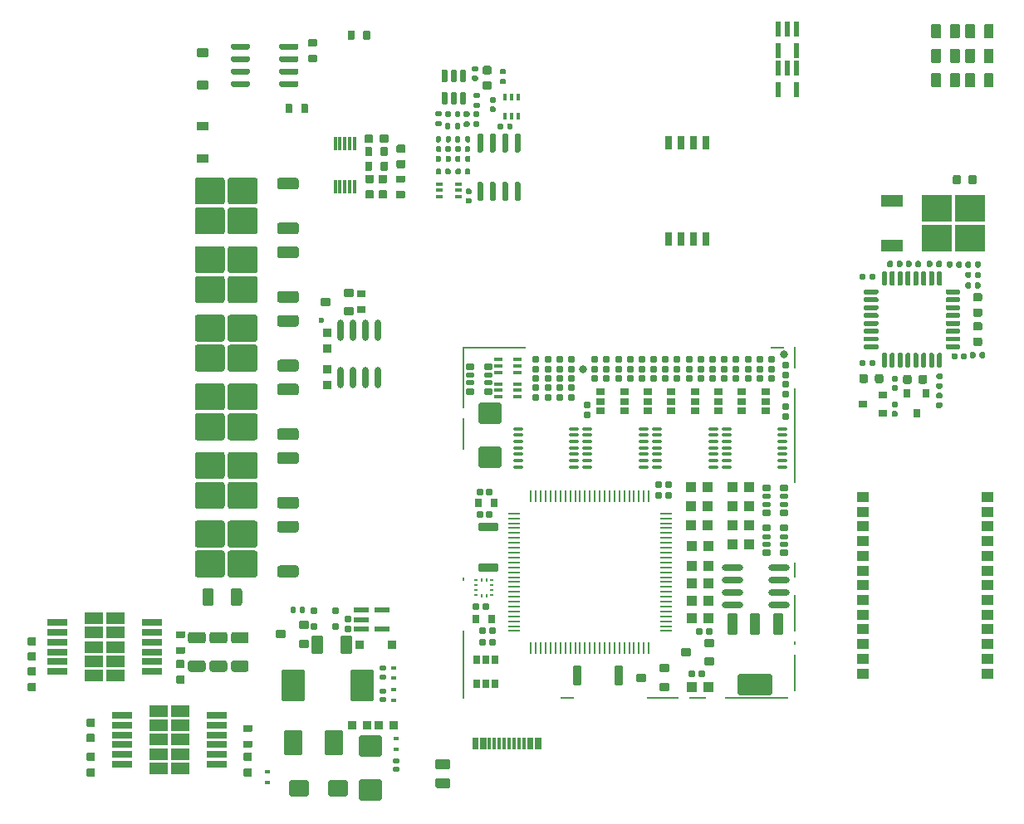
<source format=gtp>
G75*
G70*
%OFA0B0*%
%FSLAX25Y25*%
%IPPOS*%
%LPD*%
%AMOC8*
5,1,8,0,0,1.08239X$1,22.5*
%
%AMM1*
21,1,0.086610,0.073230,0.000000,0.000000,270.000000*
21,1,0.069290,0.090550,0.000000,0.000000,270.000000*
1,1,0.017320,-0.036610,-0.034650*
1,1,0.017320,-0.036610,0.034650*
1,1,0.017320,0.036610,0.034650*
1,1,0.017320,0.036610,-0.034650*
%
%AMM10*
21,1,0.015750,0.016540,0.000000,0.000000,270.000000*
21,1,0.012600,0.019680,0.000000,0.000000,270.000000*
1,1,0.003150,-0.008270,-0.006300*
1,1,0.003150,-0.008270,0.006300*
1,1,0.003150,0.008270,0.006300*
1,1,0.003150,0.008270,-0.006300*
%
%AMM11*
21,1,0.023620,0.018900,0.000000,0.000000,90.000000*
21,1,0.018900,0.023620,0.000000,0.000000,90.000000*
1,1,0.004720,0.009450,0.009450*
1,1,0.004720,0.009450,-0.009450*
1,1,0.004720,-0.009450,-0.009450*
1,1,0.004720,-0.009450,0.009450*
%
%AMM115*
21,1,0.021650,0.052760,0.000000,-0.000000,180.000000*
21,1,0.017320,0.057090,0.000000,-0.000000,180.000000*
1,1,0.004330,-0.008660,0.026380*
1,1,0.004330,0.008660,0.026380*
1,1,0.004330,0.008660,-0.026380*
1,1,0.004330,-0.008660,-0.026380*
%
%AMM12*
21,1,0.019680,0.019680,0.000000,0.000000,0.000000*
21,1,0.015750,0.023620,0.000000,0.000000,0.000000*
1,1,0.003940,0.007870,-0.009840*
1,1,0.003940,-0.007870,-0.009840*
1,1,0.003940,-0.007870,0.009840*
1,1,0.003940,0.007870,0.009840*
%
%AMM13*
21,1,0.019680,0.019680,0.000000,0.000000,270.000000*
21,1,0.015750,0.023620,0.000000,0.000000,270.000000*
1,1,0.003940,-0.009840,-0.007870*
1,1,0.003940,-0.009840,0.007870*
1,1,0.003940,0.009840,0.007870*
1,1,0.003940,0.009840,-0.007870*
%
%AMM183*
21,1,0.025590,0.026380,-0.000000,-0.000000,90.000000*
21,1,0.020470,0.031500,-0.000000,-0.000000,90.000000*
1,1,0.005120,0.013190,0.010240*
1,1,0.005120,0.013190,-0.010240*
1,1,0.005120,-0.013190,-0.010240*
1,1,0.005120,-0.013190,0.010240*
%
%AMM184*
21,1,0.017720,0.027950,-0.000000,-0.000000,90.000000*
21,1,0.014170,0.031500,-0.000000,-0.000000,90.000000*
1,1,0.003540,0.013980,0.007090*
1,1,0.003540,0.013980,-0.007090*
1,1,0.003540,-0.013980,-0.007090*
1,1,0.003540,-0.013980,0.007090*
%
%AMM185*
21,1,0.012600,0.028980,-0.000000,-0.000000,270.000000*
21,1,0.010080,0.031500,-0.000000,-0.000000,270.000000*
1,1,0.002520,-0.014490,-0.005040*
1,1,0.002520,-0.014490,0.005040*
1,1,0.002520,0.014490,0.005040*
1,1,0.002520,0.014490,-0.005040*
%
%AMM186*
21,1,0.023620,0.030710,-0.000000,-0.000000,0.000000*
21,1,0.018900,0.035430,-0.000000,-0.000000,0.000000*
1,1,0.004720,0.009450,-0.015350*
1,1,0.004720,-0.009450,-0.015350*
1,1,0.004720,-0.009450,0.015350*
1,1,0.004720,0.009450,0.015350*
%
%AMM187*
21,1,0.027560,0.018900,-0.000000,-0.000000,270.000000*
21,1,0.022840,0.023620,-0.000000,-0.000000,270.000000*
1,1,0.004720,-0.009450,-0.011420*
1,1,0.004720,-0.009450,0.011420*
1,1,0.004720,0.009450,0.011420*
1,1,0.004720,0.009450,-0.011420*
%
%AMM188*
21,1,0.031500,0.072440,-0.000000,-0.000000,270.000000*
21,1,0.025200,0.078740,-0.000000,-0.000000,270.000000*
1,1,0.006300,-0.036220,-0.012600*
1,1,0.006300,-0.036220,0.012600*
1,1,0.006300,0.036220,0.012600*
1,1,0.006300,0.036220,-0.012600*
%
%AMM189*
21,1,0.027560,0.018900,-0.000000,-0.000000,0.000000*
21,1,0.022840,0.023620,-0.000000,-0.000000,0.000000*
1,1,0.004720,0.011420,-0.009450*
1,1,0.004720,-0.011420,-0.009450*
1,1,0.004720,-0.011420,0.009450*
1,1,0.004720,0.011420,0.009450*
%
%AMM190*
21,1,0.023620,0.030710,-0.000000,-0.000000,90.000000*
21,1,0.018900,0.035430,-0.000000,-0.000000,90.000000*
1,1,0.004720,0.015350,0.009450*
1,1,0.004720,0.015350,-0.009450*
1,1,0.004720,-0.015350,-0.009450*
1,1,0.004720,-0.015350,0.009450*
%
%AMM191*
21,1,0.035430,0.030320,-0.000000,-0.000000,90.000000*
21,1,0.028350,0.037400,-0.000000,-0.000000,90.000000*
1,1,0.007090,0.015160,0.014170*
1,1,0.007090,0.015160,-0.014170*
1,1,0.007090,-0.015160,-0.014170*
1,1,0.007090,-0.015160,0.014170*
%
%AMM192*
21,1,0.043310,0.075980,-0.000000,-0.000000,180.000000*
21,1,0.034650,0.084650,-0.000000,-0.000000,180.000000*
1,1,0.008660,-0.017320,0.037990*
1,1,0.008660,0.017320,0.037990*
1,1,0.008660,0.017320,-0.037990*
1,1,0.008660,-0.017320,-0.037990*
%
%AMM193*
21,1,0.039370,0.035430,-0.000000,-0.000000,180.000000*
21,1,0.031500,0.043310,-0.000000,-0.000000,180.000000*
1,1,0.007870,-0.015750,0.017720*
1,1,0.007870,0.015750,0.017720*
1,1,0.007870,0.015750,-0.017720*
1,1,0.007870,-0.015750,-0.017720*
%
%AMM194*
21,1,0.027560,0.030710,-0.000000,-0.000000,180.000000*
21,1,0.022050,0.036220,-0.000000,-0.000000,180.000000*
1,1,0.005510,-0.011020,0.015350*
1,1,0.005510,0.011020,0.015350*
1,1,0.005510,0.011020,-0.015350*
1,1,0.005510,-0.011020,-0.015350*
%
%AMM195*
21,1,0.031500,0.072440,-0.000000,-0.000000,180.000000*
21,1,0.025200,0.078740,-0.000000,-0.000000,180.000000*
1,1,0.006300,-0.012600,0.036220*
1,1,0.006300,0.012600,0.036220*
1,1,0.006300,0.012600,-0.036220*
1,1,0.006300,-0.012600,-0.036220*
%
%AMM196*
21,1,0.137800,0.067720,-0.000000,-0.000000,180.000000*
21,1,0.120870,0.084650,-0.000000,-0.000000,180.000000*
1,1,0.016930,-0.060430,0.033860*
1,1,0.016930,0.060430,0.033860*
1,1,0.016930,0.060430,-0.033860*
1,1,0.016930,-0.060430,-0.033860*
%
%AMM197*
21,1,0.043310,0.075990,-0.000000,-0.000000,180.000000*
21,1,0.034650,0.084650,-0.000000,-0.000000,180.000000*
1,1,0.008660,-0.017320,0.037990*
1,1,0.008660,0.017320,0.037990*
1,1,0.008660,0.017320,-0.037990*
1,1,0.008660,-0.017320,-0.037990*
%
%AMM198*
21,1,0.086610,0.073230,-0.000000,-0.000000,270.000000*
21,1,0.069290,0.090550,-0.000000,-0.000000,270.000000*
1,1,0.017320,-0.036610,-0.034650*
1,1,0.017320,-0.036610,0.034650*
1,1,0.017320,0.036610,0.034650*
1,1,0.017320,0.036610,-0.034650*
%
%AMM2*
21,1,0.094490,0.111020,0.000000,0.000000,0.000000*
21,1,0.075590,0.129920,0.000000,0.000000,0.000000*
1,1,0.018900,0.037800,-0.055510*
1,1,0.018900,-0.037800,-0.055510*
1,1,0.018900,-0.037800,0.055510*
1,1,0.018900,0.037800,0.055510*
%
%AMM249*
21,1,0.035430,0.030320,0.000000,-0.000000,90.000000*
21,1,0.028350,0.037400,0.000000,-0.000000,90.000000*
1,1,0.007090,0.015160,0.014170*
1,1,0.007090,0.015160,-0.014170*
1,1,0.007090,-0.015160,-0.014170*
1,1,0.007090,-0.015160,0.014170*
%
%AMM250*
21,1,0.033470,0.026770,0.000000,-0.000000,270.000000*
21,1,0.026770,0.033470,0.000000,-0.000000,270.000000*
1,1,0.006690,-0.013390,-0.013390*
1,1,0.006690,-0.013390,0.013390*
1,1,0.006690,0.013390,0.013390*
1,1,0.006690,0.013390,-0.013390*
%
%AMM251*
21,1,0.027560,0.030710,0.000000,-0.000000,90.000000*
21,1,0.022050,0.036220,0.000000,-0.000000,90.000000*
1,1,0.005510,0.015350,0.011020*
1,1,0.005510,0.015350,-0.011020*
1,1,0.005510,-0.015350,-0.011020*
1,1,0.005510,-0.015350,0.011020*
%
%AMM3*
21,1,0.074800,0.083460,0.000000,0.000000,0.000000*
21,1,0.059840,0.098430,0.000000,0.000000,0.000000*
1,1,0.014960,0.029920,-0.041730*
1,1,0.014960,-0.029920,-0.041730*
1,1,0.014960,-0.029920,0.041730*
1,1,0.014960,0.029920,0.041730*
%
%AMM4*
21,1,0.078740,0.053540,0.000000,0.000000,180.000000*
21,1,0.065350,0.066930,0.000000,0.000000,180.000000*
1,1,0.013390,-0.032680,0.026770*
1,1,0.013390,0.032680,0.026770*
1,1,0.013390,0.032680,-0.026770*
1,1,0.013390,-0.032680,-0.026770*
%
%AMM5*
21,1,0.035430,0.030320,0.000000,0.000000,90.000000*
21,1,0.028350,0.037400,0.000000,0.000000,90.000000*
1,1,0.007090,0.015160,0.014170*
1,1,0.007090,0.015160,-0.014170*
1,1,0.007090,-0.015160,-0.014170*
1,1,0.007090,-0.015160,0.014170*
%
%AMM6*
21,1,0.021650,0.052760,0.000000,0.000000,270.000000*
21,1,0.017320,0.057090,0.000000,0.000000,270.000000*
1,1,0.004330,-0.026380,-0.008660*
1,1,0.004330,-0.026380,0.008660*
1,1,0.004330,0.026380,0.008660*
1,1,0.004330,0.026380,-0.008660*
%
%AMM7*
21,1,0.035830,0.026770,0.000000,0.000000,0.000000*
21,1,0.029130,0.033470,0.000000,0.000000,0.000000*
1,1,0.006690,0.014570,-0.013390*
1,1,0.006690,-0.014570,-0.013390*
1,1,0.006690,-0.014570,0.013390*
1,1,0.006690,0.014570,0.013390*
%
%AMM8*
21,1,0.070870,0.036220,0.000000,0.000000,90.000000*
21,1,0.061810,0.045280,0.000000,0.000000,90.000000*
1,1,0.009060,0.018110,0.030910*
1,1,0.009060,0.018110,-0.030910*
1,1,0.009060,-0.018110,-0.030910*
1,1,0.009060,-0.018110,0.030910*
%
%AMM9*
21,1,0.033470,0.026770,0.000000,0.000000,0.000000*
21,1,0.026770,0.033470,0.000000,0.000000,0.000000*
1,1,0.006690,0.013390,-0.013390*
1,1,0.006690,-0.013390,-0.013390*
1,1,0.006690,-0.013390,0.013390*
1,1,0.006690,0.013390,0.013390*
%
%ADD102M1*%
%ADD103M2*%
%ADD104M3*%
%ADD105M4*%
%ADD106M5*%
%ADD107M6*%
%ADD108M7*%
%ADD109M8*%
%ADD110M9*%
%ADD111M10*%
%ADD112M11*%
%ADD113M12*%
%ADD114M13*%
%ADD152R,0.02559X0.01575*%
%ADD153R,0.01575X0.02559*%
%ADD156R,0.03543X0.03150*%
%ADD160R,0.03150X0.03543*%
%ADD180O,0.04724X0.00866*%
%ADD181O,0.00866X0.04724*%
%ADD182O,0.04331X0.01181*%
%ADD185R,0.01378X0.00984*%
%ADD186R,0.00984X0.01378*%
%ADD191O,0.08661X0.02362*%
%ADD21C,0.03150*%
%ADD25C,0.02362*%
%ADD296M115*%
%ADD306R,0.01181X0.05512*%
%ADD307R,0.08661X0.04724*%
%ADD311R,0.12008X0.10827*%
%ADD334O,0.02362X0.08661*%
%ADD392M183*%
%ADD393M184*%
%ADD394M185*%
%ADD395M186*%
%ADD396M187*%
%ADD397M188*%
%ADD398M189*%
%ADD399M190*%
%ADD400M191*%
%ADD401M192*%
%ADD402M193*%
%ADD403M194*%
%ADD404M195*%
%ADD405M196*%
%ADD406M197*%
%ADD407M198*%
%ADD459M249*%
%ADD460M250*%
%ADD461M251*%
%ADD52R,0.05118X0.03937*%
%ADD53R,0.07874X0.02559*%
%ADD55R,0.00787X0.14567*%
%ADD56R,0.00787X0.01575*%
%ADD57R,0.00787X0.06299*%
%ADD58R,0.00787X0.38189*%
%ADD59R,0.00787X0.09055*%
%ADD60R,0.05512X0.00787*%
%ADD61R,0.25197X0.00787*%
%ADD62R,0.06693X0.00787*%
%ADD63R,0.12992X0.00787*%
%ADD64R,0.00787X0.27559*%
%ADD65R,0.00787X0.12992*%
%ADD66R,0.00787X0.24803*%
%ADD67R,0.01181X0.04528*%
%ADD73R,0.02717X0.05315*%
%ADD80O,0.00000X0.00000*%
%ADD81R,0.07677X0.04567*%
X0000000Y0000000D02*
%LPD*%
G01*
G36*
G01*
X0380884Y0294119D02*
X0380884Y0299041D01*
G75*
G02*
X0381277Y0299434I0000394J0000000D01*
G01*
X0384427Y0299434D01*
G75*
G02*
X0384821Y0299041I0000000J-000394D01*
G01*
X0384821Y0294119D01*
G75*
G02*
X0384427Y0293726I-000394J0000000D01*
G01*
X0381277Y0293726D01*
G75*
G02*
X0380884Y0294119I0000000J0000394D01*
G01*
G37*
G36*
G01*
X0388364Y0294119D02*
X0388364Y0299041D01*
G75*
G02*
X0388758Y0299434I0000394J0000000D01*
G01*
X0391907Y0299434D01*
G75*
G02*
X0392301Y0299041I0000000J-000394D01*
G01*
X0392301Y0294119D01*
G75*
G02*
X0391907Y0293726I-000394J0000000D01*
G01*
X0388758Y0293726D01*
G75*
G02*
X0388364Y0294119I0000000J0000394D01*
G01*
G37*
G36*
G01*
X0113288Y0295767D02*
X0113288Y0294586D01*
G75*
G02*
X0112697Y0293996I-000591J0000000D01*
G01*
X0106201Y0293996D01*
G75*
G02*
X0105611Y0294586I0000000J0000591D01*
G01*
X0105611Y0295767D01*
G75*
G02*
X0106201Y0296358I0000591J0000000D01*
G01*
X0112697Y0296358D01*
G75*
G02*
X0113288Y0295767I0000000J-000591D01*
G01*
G37*
G36*
G01*
X0113288Y0300767D02*
X0113288Y0299586D01*
G75*
G02*
X0112697Y0298996I-000591J0000000D01*
G01*
X0106201Y0298996D01*
G75*
G02*
X0105611Y0299586I0000000J0000591D01*
G01*
X0105611Y0300767D01*
G75*
G02*
X0106201Y0301358I0000591J0000000D01*
G01*
X0112697Y0301358D01*
G75*
G02*
X0113288Y0300767I0000000J-000591D01*
G01*
G37*
G36*
G01*
X0113288Y0305767D02*
X0113288Y0304586D01*
G75*
G02*
X0112697Y0303996I-000591J0000000D01*
G01*
X0106201Y0303996D01*
G75*
G02*
X0105611Y0304586I0000000J0000591D01*
G01*
X0105611Y0305767D01*
G75*
G02*
X0106201Y0306358I0000591J0000000D01*
G01*
X0112697Y0306358D01*
G75*
G02*
X0113288Y0305767I0000000J-000591D01*
G01*
G37*
G36*
G01*
X0113288Y0310767D02*
X0113288Y0309586D01*
G75*
G02*
X0112697Y0308996I-000591J0000000D01*
G01*
X0106201Y0308996D01*
G75*
G02*
X0105611Y0309586I0000000J0000591D01*
G01*
X0105611Y0310767D01*
G75*
G02*
X0106201Y0311358I0000591J0000000D01*
G01*
X0112697Y0311358D01*
G75*
G02*
X0113288Y0310767I0000000J-000591D01*
G01*
G37*
G36*
G01*
X0093800Y0310767D02*
X0093800Y0309586D01*
G75*
G02*
X0093209Y0308996I-000591J0000000D01*
G01*
X0086713Y0308996D01*
G75*
G02*
X0086122Y0309586I0000000J0000591D01*
G01*
X0086122Y0310767D01*
G75*
G02*
X0086713Y0311358I0000591J0000000D01*
G01*
X0093209Y0311358D01*
G75*
G02*
X0093800Y0310767I0000000J-000591D01*
G01*
G37*
G36*
G01*
X0093800Y0305767D02*
X0093800Y0304586D01*
G75*
G02*
X0093209Y0303996I-000591J0000000D01*
G01*
X0086713Y0303996D01*
G75*
G02*
X0086122Y0304586I0000000J0000591D01*
G01*
X0086122Y0305767D01*
G75*
G02*
X0086713Y0306358I0000591J0000000D01*
G01*
X0093209Y0306358D01*
G75*
G02*
X0093800Y0305767I0000000J-000591D01*
G01*
G37*
G36*
G01*
X0093800Y0300767D02*
X0093800Y0299586D01*
G75*
G02*
X0093209Y0298996I-000591J0000000D01*
G01*
X0086713Y0298996D01*
G75*
G02*
X0086122Y0299586I0000000J0000591D01*
G01*
X0086122Y0300767D01*
G75*
G02*
X0086713Y0301358I0000591J0000000D01*
G01*
X0093209Y0301358D01*
G75*
G02*
X0093800Y0300767I0000000J-000591D01*
G01*
G37*
G36*
G01*
X0093800Y0295767D02*
X0093800Y0294586D01*
G75*
G02*
X0093209Y0293996I-000591J0000000D01*
G01*
X0086713Y0293996D01*
G75*
G02*
X0086122Y0294586I0000000J0000591D01*
G01*
X0086122Y0295767D01*
G75*
G02*
X0086713Y0296358I0000591J0000000D01*
G01*
X0093209Y0296358D01*
G75*
G02*
X0093800Y0295767I0000000J-000591D01*
G01*
G37*
G36*
G01*
X0028583Y0040275D02*
X0031260Y0040275D01*
G75*
G02*
X0031595Y0039941I0000000J-000335D01*
G01*
X0031595Y0037263D01*
G75*
G02*
X0031260Y0036929I-000335J0000000D01*
G01*
X0028583Y0036929D01*
G75*
G02*
X0028248Y0037263I0000000J0000335D01*
G01*
X0028248Y0039941D01*
G75*
G02*
X0028583Y0040275I0000335J0000000D01*
G01*
G37*
G36*
G01*
X0028583Y0034055D02*
X0031260Y0034055D01*
G75*
G02*
X0031595Y0033720I0000000J-000335D01*
G01*
X0031595Y0031043D01*
G75*
G02*
X0031260Y0030708I-000335J0000000D01*
G01*
X0028583Y0030708D01*
G75*
G02*
X0028248Y0031043I0000000J0000335D01*
G01*
X0028248Y0033720D01*
G75*
G02*
X0028583Y0034055I0000335J0000000D01*
G01*
G37*
G36*
G01*
X0380884Y0303962D02*
X0380884Y0308883D01*
G75*
G02*
X0381277Y0309277I0000394J0000000D01*
G01*
X0384427Y0309277D01*
G75*
G02*
X0384821Y0308883I0000000J-000394D01*
G01*
X0384821Y0303962D01*
G75*
G02*
X0384427Y0303568I-000394J0000000D01*
G01*
X0381277Y0303568D01*
G75*
G02*
X0380884Y0303962I0000000J0000394D01*
G01*
G37*
G36*
G01*
X0388364Y0303962D02*
X0388364Y0308883D01*
G75*
G02*
X0388758Y0309277I0000394J0000000D01*
G01*
X0391907Y0309277D01*
G75*
G02*
X0392301Y0308883I0000000J-000394D01*
G01*
X0392301Y0303962D01*
G75*
G02*
X0391907Y0303568I-000394J0000000D01*
G01*
X0388758Y0303568D01*
G75*
G02*
X0388364Y0303962I0000000J0000394D01*
G01*
G37*
G36*
G01*
X0113386Y0155846D02*
X0113386Y0153090D01*
G75*
G02*
X0112402Y0152106I-000984J0000000D01*
G01*
X0105709Y0152106D01*
G75*
G02*
X0104725Y0153090I0000000J0000984D01*
G01*
X0104725Y0155846D01*
G75*
G02*
X0105709Y0156830I0000984J0000000D01*
G01*
X0112402Y0156830D01*
G75*
G02*
X0113386Y0155846I0000000J-000984D01*
G01*
G37*
G36*
G01*
X0096851Y0161870D02*
X0096851Y0153011D01*
G75*
G02*
X0095867Y0152027I-000984J0000000D01*
G01*
X0085827Y0152027D01*
G75*
G02*
X0084843Y0153011I0000000J0000984D01*
G01*
X0084843Y0161870D01*
G75*
G02*
X0085827Y0162854I0000984J0000000D01*
G01*
X0095867Y0162854D01*
G75*
G02*
X0096851Y0161870I0000000J-000984D01*
G01*
G37*
G36*
G01*
X0096851Y0173878D02*
X0096851Y0165019D01*
G75*
G02*
X0095867Y0164035I-000984J0000000D01*
G01*
X0085827Y0164035D01*
G75*
G02*
X0084843Y0165019I0000000J0000984D01*
G01*
X0084843Y0173878D01*
G75*
G02*
X0085827Y0174862I0000984J0000000D01*
G01*
X0095867Y0174862D01*
G75*
G02*
X0096851Y0173878I0000000J-000984D01*
G01*
G37*
G36*
G01*
X0083662Y0161870D02*
X0083662Y0153011D01*
G75*
G02*
X0082678Y0152027I-000984J0000000D01*
G01*
X0072638Y0152027D01*
G75*
G02*
X0071654Y0153011I0000000J0000984D01*
G01*
X0071654Y0161870D01*
G75*
G02*
X0072638Y0162854I0000984J0000000D01*
G01*
X0082678Y0162854D01*
G75*
G02*
X0083662Y0161870I0000000J-000984D01*
G01*
G37*
G36*
G01*
X0083662Y0173878D02*
X0083662Y0165019D01*
G75*
G02*
X0082678Y0164035I-000984J0000000D01*
G01*
X0072638Y0164035D01*
G75*
G02*
X0071654Y0165019I0000000J0000984D01*
G01*
X0071654Y0173878D01*
G75*
G02*
X0072638Y0174862I0000984J0000000D01*
G01*
X0082678Y0174862D01*
G75*
G02*
X0083662Y0173878I0000000J-000984D01*
G01*
G37*
G36*
G01*
X0113386Y0173799D02*
X0113386Y0171043D01*
G75*
G02*
X0112402Y0170059I-000984J0000000D01*
G01*
X0105709Y0170059D01*
G75*
G02*
X0104725Y0171043I0000000J0000984D01*
G01*
X0104725Y0173799D01*
G75*
G02*
X0105709Y0174783I0000984J0000000D01*
G01*
X0112402Y0174783D01*
G75*
G02*
X0113386Y0173799I0000000J-000984D01*
G01*
G37*
G36*
G01*
X0113386Y0238523D02*
X0113386Y0235767D01*
G75*
G02*
X0112402Y0234783I-000984J0000000D01*
G01*
X0105709Y0234783D01*
G75*
G02*
X0104725Y0235767I0000000J0000984D01*
G01*
X0104725Y0238523D01*
G75*
G02*
X0105709Y0239508I0000984J0000000D01*
G01*
X0112402Y0239508D01*
G75*
G02*
X0113386Y0238523I0000000J-000984D01*
G01*
G37*
G36*
G01*
X0096851Y0244547D02*
X0096851Y0235689D01*
G75*
G02*
X0095867Y0234704I-000984J0000000D01*
G01*
X0085827Y0234704D01*
G75*
G02*
X0084843Y0235689I0000000J0000984D01*
G01*
X0084843Y0244547D01*
G75*
G02*
X0085827Y0245531I0000984J0000000D01*
G01*
X0095867Y0245531D01*
G75*
G02*
X0096851Y0244547I0000000J-000984D01*
G01*
G37*
G36*
G01*
X0096851Y0256555D02*
X0096851Y0247697D01*
G75*
G02*
X0095867Y0246712I-000984J0000000D01*
G01*
X0085827Y0246712D01*
G75*
G02*
X0084843Y0247697I0000000J0000984D01*
G01*
X0084843Y0256555D01*
G75*
G02*
X0085827Y0257539I0000984J0000000D01*
G01*
X0095867Y0257539D01*
G75*
G02*
X0096851Y0256555I0000000J-000984D01*
G01*
G37*
G36*
G01*
X0083662Y0244547D02*
X0083662Y0235689D01*
G75*
G02*
X0082678Y0234704I-000984J0000000D01*
G01*
X0072638Y0234704D01*
G75*
G02*
X0071654Y0235689I0000000J0000984D01*
G01*
X0071654Y0244547D01*
G75*
G02*
X0072638Y0245531I0000984J0000000D01*
G01*
X0082678Y0245531D01*
G75*
G02*
X0083662Y0244547I0000000J-000984D01*
G01*
G37*
G36*
G01*
X0083662Y0256555D02*
X0083662Y0247697D01*
G75*
G02*
X0082678Y0246712I-000984J0000000D01*
G01*
X0072638Y0246712D01*
G75*
G02*
X0071654Y0247697I0000000J0000984D01*
G01*
X0071654Y0256555D01*
G75*
G02*
X0072638Y0257539I0000984J0000000D01*
G01*
X0082678Y0257539D01*
G75*
G02*
X0083662Y0256555I0000000J-000984D01*
G01*
G37*
G36*
G01*
X0113386Y0256476D02*
X0113386Y0253720D01*
G75*
G02*
X0112402Y0252736I-000984J0000000D01*
G01*
X0105709Y0252736D01*
G75*
G02*
X0104725Y0253720I0000000J0000984D01*
G01*
X0104725Y0256476D01*
G75*
G02*
X0105709Y0257460I0000984J0000000D01*
G01*
X0112402Y0257460D01*
G75*
G02*
X0113386Y0256476I0000000J-000984D01*
G01*
G37*
G36*
G01*
X0113386Y0210964D02*
X0113386Y0208208D01*
G75*
G02*
X0112402Y0207224I-000984J0000000D01*
G01*
X0105709Y0207224D01*
G75*
G02*
X0104725Y0208208I0000000J0000984D01*
G01*
X0104725Y0210964D01*
G75*
G02*
X0105709Y0211949I0000984J0000000D01*
G01*
X0112402Y0211949D01*
G75*
G02*
X0113386Y0210964I0000000J-000984D01*
G01*
G37*
G36*
G01*
X0096851Y0216988D02*
X0096851Y0208130D01*
G75*
G02*
X0095867Y0207145I-000984J0000000D01*
G01*
X0085827Y0207145D01*
G75*
G02*
X0084843Y0208130I0000000J0000984D01*
G01*
X0084843Y0216988D01*
G75*
G02*
X0085827Y0217972I0000984J0000000D01*
G01*
X0095867Y0217972D01*
G75*
G02*
X0096851Y0216988I0000000J-000984D01*
G01*
G37*
G36*
G01*
X0096851Y0228996D02*
X0096851Y0220137D01*
G75*
G02*
X0095867Y0219153I-000984J0000000D01*
G01*
X0085827Y0219153D01*
G75*
G02*
X0084843Y0220137I0000000J0000984D01*
G01*
X0084843Y0228996D01*
G75*
G02*
X0085827Y0229980I0000984J0000000D01*
G01*
X0095867Y0229980D01*
G75*
G02*
X0096851Y0228996I0000000J-000984D01*
G01*
G37*
G36*
G01*
X0083662Y0216988D02*
X0083662Y0208130D01*
G75*
G02*
X0082678Y0207145I-000984J0000000D01*
G01*
X0072638Y0207145D01*
G75*
G02*
X0071654Y0208130I0000000J0000984D01*
G01*
X0071654Y0216988D01*
G75*
G02*
X0072638Y0217972I0000984J0000000D01*
G01*
X0082678Y0217972D01*
G75*
G02*
X0083662Y0216988I0000000J-000984D01*
G01*
G37*
G36*
G01*
X0083662Y0228996D02*
X0083662Y0220137D01*
G75*
G02*
X0082678Y0219153I-000984J0000000D01*
G01*
X0072638Y0219153D01*
G75*
G02*
X0071654Y0220137I0000000J0000984D01*
G01*
X0071654Y0228996D01*
G75*
G02*
X0072638Y0229980I0000984J0000000D01*
G01*
X0082678Y0229980D01*
G75*
G02*
X0083662Y0228996I0000000J-000984D01*
G01*
G37*
G36*
G01*
X0113386Y0228917D02*
X0113386Y0226161D01*
G75*
G02*
X0112402Y0225177I-000984J0000000D01*
G01*
X0105709Y0225177D01*
G75*
G02*
X0104725Y0226161I0000000J0000984D01*
G01*
X0104725Y0228917D01*
G75*
G02*
X0105709Y0229901I0000984J0000000D01*
G01*
X0112402Y0229901D01*
G75*
G02*
X0113386Y0228917I0000000J-000984D01*
G01*
G37*
G36*
G01*
X0091575Y0026496D02*
X0094252Y0026496D01*
G75*
G02*
X0094587Y0026161I0000000J-000335D01*
G01*
X0094587Y0023484D01*
G75*
G02*
X0094252Y0023149I-000335J0000000D01*
G01*
X0091575Y0023149D01*
G75*
G02*
X0091241Y0023484I0000000J0000335D01*
G01*
X0091241Y0026161D01*
G75*
G02*
X0091575Y0026496I0000335J0000000D01*
G01*
G37*
G36*
G01*
X0091575Y0020275D02*
X0094252Y0020275D01*
G75*
G02*
X0094587Y0019941I0000000J-000335D01*
G01*
X0094587Y0017263D01*
G75*
G02*
X0094252Y0016929I-000335J0000000D01*
G01*
X0091575Y0016929D01*
G75*
G02*
X0091241Y0017263I0000000J0000335D01*
G01*
X0091241Y0019941D01*
G75*
G02*
X0091575Y0020275I0000335J0000000D01*
G01*
G37*
G36*
G01*
X0142057Y0316260D02*
X0142057Y0313189D01*
G75*
G02*
X0141782Y0312913I-000276J0000000D01*
G01*
X0139577Y0312913D01*
G75*
G02*
X0139302Y0313189I0000000J0000276D01*
G01*
X0139302Y0316260D01*
G75*
G02*
X0139577Y0316535I0000276J0000000D01*
G01*
X0141782Y0316535D01*
G75*
G02*
X0142057Y0316260I0000000J-000276D01*
G01*
G37*
G36*
G01*
X0135758Y0316260D02*
X0135758Y0313189D01*
G75*
G02*
X0135483Y0312913I-000276J0000000D01*
G01*
X0133278Y0312913D01*
G75*
G02*
X0133002Y0313189I0000000J0000276D01*
G01*
X0133002Y0316260D01*
G75*
G02*
X0133278Y0316535I0000276J0000000D01*
G01*
X0135483Y0316535D01*
G75*
G02*
X0135758Y0316260I0000000J-000276D01*
G01*
G37*
G36*
G01*
X0064508Y0063740D02*
X0067185Y0063740D01*
G75*
G02*
X0067520Y0063405I0000000J-000335D01*
G01*
X0067520Y0060728D01*
G75*
G02*
X0067185Y0060393I-000335J0000000D01*
G01*
X0064508Y0060393D01*
G75*
G02*
X0064174Y0060728I0000000J0000335D01*
G01*
X0064174Y0063405D01*
G75*
G02*
X0064508Y0063740I0000335J0000000D01*
G01*
G37*
G36*
G01*
X0064508Y0057519D02*
X0067185Y0057519D01*
G75*
G02*
X0067520Y0057185I0000000J-000335D01*
G01*
X0067520Y0054508D01*
G75*
G02*
X0067185Y0054173I-000335J0000000D01*
G01*
X0064508Y0054173D01*
G75*
G02*
X0064174Y0054508I0000000J0000335D01*
G01*
X0064174Y0057185D01*
G75*
G02*
X0064508Y0057519I0000335J0000000D01*
G01*
G37*
G36*
G01*
X0068898Y0071338D02*
X0068898Y0074055D01*
G75*
G02*
X0069804Y0074960I0000906J0000000D01*
G01*
X0075079Y0074960D01*
G75*
G02*
X0075985Y0074055I0000000J-000906D01*
G01*
X0075985Y0071338D01*
G75*
G02*
X0075079Y0070433I-000906J0000000D01*
G01*
X0069804Y0070433D01*
G75*
G02*
X0068898Y0071338I0000000J0000906D01*
G01*
G37*
G36*
G01*
X0068898Y0059921D02*
X0068898Y0062637D01*
G75*
G02*
X0069804Y0063543I0000906J0000000D01*
G01*
X0075079Y0063543D01*
G75*
G02*
X0075985Y0062637I0000000J-000906D01*
G01*
X0075985Y0059921D01*
G75*
G02*
X0075079Y0059015I-000906J0000000D01*
G01*
X0069804Y0059015D01*
G75*
G02*
X0068898Y0059921I0000000J0000906D01*
G01*
G37*
G36*
G01*
X0367301Y0294119D02*
X0367301Y0299041D01*
G75*
G02*
X0367695Y0299434I0000394J0000000D01*
G01*
X0370844Y0299434D01*
G75*
G02*
X0371238Y0299041I0000000J-000394D01*
G01*
X0371238Y0294119D01*
G75*
G02*
X0370844Y0293726I-000394J0000000D01*
G01*
X0367695Y0293726D01*
G75*
G02*
X0367301Y0294119I0000000J0000394D01*
G01*
G37*
G36*
G01*
X0374781Y0294119D02*
X0374781Y0299041D01*
G75*
G02*
X0375175Y0299434I0000394J0000000D01*
G01*
X0378325Y0299434D01*
G75*
G02*
X0378719Y0299041I0000000J-000394D01*
G01*
X0378719Y0294119D01*
G75*
G02*
X0378325Y0293726I-000394J0000000D01*
G01*
X0375175Y0293726D01*
G75*
G02*
X0374781Y0294119I0000000J0000394D01*
G01*
G37*
G36*
G01*
X0004961Y0072952D02*
X0007638Y0072952D01*
G75*
G02*
X0007973Y0072618I0000000J-000335D01*
G01*
X0007973Y0069941D01*
G75*
G02*
X0007638Y0069606I-000335J0000000D01*
G01*
X0004961Y0069606D01*
G75*
G02*
X0004626Y0069941I0000000J0000335D01*
G01*
X0004626Y0072618D01*
G75*
G02*
X0004961Y0072952I0000335J0000000D01*
G01*
G37*
G36*
G01*
X0004961Y0066732D02*
X0007638Y0066732D01*
G75*
G02*
X0007973Y0066397I0000000J-000335D01*
G01*
X0007973Y0063720D01*
G75*
G02*
X0007638Y0063386I-000335J0000000D01*
G01*
X0004961Y0063386D01*
G75*
G02*
X0004626Y0063720I0000000J0000335D01*
G01*
X0004626Y0066397D01*
G75*
G02*
X0004961Y0066732I0000335J0000000D01*
G01*
G37*
G36*
G01*
X0117126Y0286830D02*
X0117126Y0283760D01*
G75*
G02*
X0116851Y0283484I-000276J0000000D01*
G01*
X0114646Y0283484D01*
G75*
G02*
X0114370Y0283760I0000000J0000276D01*
G01*
X0114370Y0286830D01*
G75*
G02*
X0114646Y0287106I0000276J0000000D01*
G01*
X0116851Y0287106D01*
G75*
G02*
X0117126Y0286830I0000000J-000276D01*
G01*
G37*
G36*
G01*
X0110827Y0286830D02*
X0110827Y0283760D01*
G75*
G02*
X0110552Y0283484I-000276J0000000D01*
G01*
X0108347Y0283484D01*
G75*
G02*
X0108071Y0283760I0000000J0000276D01*
G01*
X0108071Y0286830D01*
G75*
G02*
X0108347Y0287106I0000276J0000000D01*
G01*
X0110552Y0287106D01*
G75*
G02*
X0110827Y0286830I0000000J-000276D01*
G01*
G37*
G36*
G01*
X0077559Y0071338D02*
X0077559Y0074055D01*
G75*
G02*
X0078465Y0074960I0000906J0000000D01*
G01*
X0083741Y0074960D01*
G75*
G02*
X0084646Y0074055I0000000J-000906D01*
G01*
X0084646Y0071338D01*
G75*
G02*
X0083741Y0070433I-000906J0000000D01*
G01*
X0078465Y0070433D01*
G75*
G02*
X0077559Y0071338I0000000J0000906D01*
G01*
G37*
G36*
G01*
X0077559Y0059921D02*
X0077559Y0062637D01*
G75*
G02*
X0078465Y0063543I0000906J0000000D01*
G01*
X0083741Y0063543D01*
G75*
G02*
X0084646Y0062637I0000000J-000906D01*
G01*
X0084646Y0059921D01*
G75*
G02*
X0083741Y0059015I-000906J0000000D01*
G01*
X0078465Y0059015D01*
G75*
G02*
X0077559Y0059921I0000000J0000906D01*
G01*
G37*
G36*
G01*
X0031260Y0016929D02*
X0028583Y0016929D01*
G75*
G02*
X0028248Y0017263I0000000J0000335D01*
G01*
X0028248Y0019941D01*
G75*
G02*
X0028583Y0020275I0000335J0000000D01*
G01*
X0031260Y0020275D01*
G75*
G02*
X0031595Y0019941I0000000J-000335D01*
G01*
X0031595Y0017263D01*
G75*
G02*
X0031260Y0016929I-000335J0000000D01*
G01*
G37*
G36*
G01*
X0031260Y0023149D02*
X0028583Y0023149D01*
G75*
G02*
X0028248Y0023484I0000000J0000335D01*
G01*
X0028248Y0026161D01*
G75*
G02*
X0028583Y0026496I0000335J0000000D01*
G01*
X0031260Y0026496D01*
G75*
G02*
X0031595Y0026161I0000000J-000335D01*
G01*
X0031595Y0023484D01*
G75*
G02*
X0031260Y0023149I-000335J0000000D01*
G01*
G37*
G36*
G01*
X0113386Y0100728D02*
X0113386Y0097972D01*
G75*
G02*
X0112402Y0096988I-000984J0000000D01*
G01*
X0105709Y0096988D01*
G75*
G02*
X0104725Y0097972I0000000J0000984D01*
G01*
X0104725Y0100728D01*
G75*
G02*
X0105709Y0101712I0000984J0000000D01*
G01*
X0112402Y0101712D01*
G75*
G02*
X0113386Y0100728I0000000J-000984D01*
G01*
G37*
G36*
G01*
X0096851Y0106752D02*
X0096851Y0097893D01*
G75*
G02*
X0095867Y0096909I-000984J0000000D01*
G01*
X0085827Y0096909D01*
G75*
G02*
X0084843Y0097893I0000000J0000984D01*
G01*
X0084843Y0106752D01*
G75*
G02*
X0085827Y0107736I0000984J0000000D01*
G01*
X0095867Y0107736D01*
G75*
G02*
X0096851Y0106752I0000000J-000984D01*
G01*
G37*
G36*
G01*
X0096851Y0118760D02*
X0096851Y0109901D01*
G75*
G02*
X0095867Y0108917I-000984J0000000D01*
G01*
X0085827Y0108917D01*
G75*
G02*
X0084843Y0109901I0000000J0000984D01*
G01*
X0084843Y0118760D01*
G75*
G02*
X0085827Y0119744I0000984J0000000D01*
G01*
X0095867Y0119744D01*
G75*
G02*
X0096851Y0118760I0000000J-000984D01*
G01*
G37*
G36*
G01*
X0083662Y0106752D02*
X0083662Y0097893D01*
G75*
G02*
X0082678Y0096909I-000984J0000000D01*
G01*
X0072638Y0096909D01*
G75*
G02*
X0071654Y0097893I0000000J0000984D01*
G01*
X0071654Y0106752D01*
G75*
G02*
X0072638Y0107736I0000984J0000000D01*
G01*
X0082678Y0107736D01*
G75*
G02*
X0083662Y0106752I0000000J-000984D01*
G01*
G37*
G36*
G01*
X0083662Y0118760D02*
X0083662Y0109901D01*
G75*
G02*
X0082678Y0108917I-000984J0000000D01*
G01*
X0072638Y0108917D01*
G75*
G02*
X0071654Y0109901I0000000J0000984D01*
G01*
X0071654Y0118760D01*
G75*
G02*
X0072638Y0119744I0000984J0000000D01*
G01*
X0082678Y0119744D01*
G75*
G02*
X0083662Y0118760I0000000J-000984D01*
G01*
G37*
G36*
G01*
X0113386Y0118681D02*
X0113386Y0115925D01*
G75*
G02*
X0112402Y0114941I-000984J0000000D01*
G01*
X0105709Y0114941D01*
G75*
G02*
X0104725Y0115925I0000000J0000984D01*
G01*
X0104725Y0118681D01*
G75*
G02*
X0105709Y0119665I0000984J0000000D01*
G01*
X0112402Y0119665D01*
G75*
G02*
X0113386Y0118681I0000000J-000984D01*
G01*
G37*
D80*
X0121654Y0190216D03*
G36*
G01*
X0064311Y0075295D02*
X0067382Y0075295D01*
G75*
G02*
X0067658Y0075019I0000000J-000276D01*
G01*
X0067658Y0072815D01*
G75*
G02*
X0067382Y0072539I-000276J0000000D01*
G01*
X0064311Y0072539D01*
G75*
G02*
X0064036Y0072815I0000000J0000276D01*
G01*
X0064036Y0075019D01*
G75*
G02*
X0064311Y0075295I0000276J0000000D01*
G01*
G37*
G36*
G01*
X0064311Y0068996D02*
X0067382Y0068996D01*
G75*
G02*
X0067658Y0068720I0000000J-000276D01*
G01*
X0067658Y0066515D01*
G75*
G02*
X0067382Y0066240I-000276J0000000D01*
G01*
X0064311Y0066240D01*
G75*
G02*
X0064036Y0066515I0000000J0000276D01*
G01*
X0064036Y0068720D01*
G75*
G02*
X0064311Y0068996I0000276J0000000D01*
G01*
G37*
G36*
G01*
X0113386Y0183405D02*
X0113386Y0180649D01*
G75*
G02*
X0112402Y0179665I-000984J0000000D01*
G01*
X0105709Y0179665D01*
G75*
G02*
X0104725Y0180649I0000000J0000984D01*
G01*
X0104725Y0183405D01*
G75*
G02*
X0105709Y0184389I0000984J0000000D01*
G01*
X0112402Y0184389D01*
G75*
G02*
X0113386Y0183405I0000000J-000984D01*
G01*
G37*
G36*
G01*
X0096851Y0189429D02*
X0096851Y0180571D01*
G75*
G02*
X0095867Y0179586I-000984J0000000D01*
G01*
X0085827Y0179586D01*
G75*
G02*
X0084843Y0180571I0000000J0000984D01*
G01*
X0084843Y0189429D01*
G75*
G02*
X0085827Y0190413I0000984J0000000D01*
G01*
X0095867Y0190413D01*
G75*
G02*
X0096851Y0189429I0000000J-000984D01*
G01*
G37*
G36*
G01*
X0096851Y0201437D02*
X0096851Y0192578D01*
G75*
G02*
X0095867Y0191594I-000984J0000000D01*
G01*
X0085827Y0191594D01*
G75*
G02*
X0084843Y0192578I0000000J0000984D01*
G01*
X0084843Y0201437D01*
G75*
G02*
X0085827Y0202421I0000984J0000000D01*
G01*
X0095867Y0202421D01*
G75*
G02*
X0096851Y0201437I0000000J-000984D01*
G01*
G37*
G36*
G01*
X0083662Y0189429D02*
X0083662Y0180571D01*
G75*
G02*
X0082678Y0179586I-000984J0000000D01*
G01*
X0072638Y0179586D01*
G75*
G02*
X0071654Y0180571I0000000J0000984D01*
G01*
X0071654Y0189429D01*
G75*
G02*
X0072638Y0190413I0000984J0000000D01*
G01*
X0082678Y0190413D01*
G75*
G02*
X0083662Y0189429I0000000J-000984D01*
G01*
G37*
G36*
G01*
X0083662Y0201437D02*
X0083662Y0192578D01*
G75*
G02*
X0082678Y0191594I-000984J0000000D01*
G01*
X0072638Y0191594D01*
G75*
G02*
X0071654Y0192578I0000000J0000984D01*
G01*
X0071654Y0201437D01*
G75*
G02*
X0072638Y0202421I0000984J0000000D01*
G01*
X0082678Y0202421D01*
G75*
G02*
X0083662Y0201437I0000000J-000984D01*
G01*
G37*
G36*
G01*
X0113386Y0201358D02*
X0113386Y0198602D01*
G75*
G02*
X0112402Y0197618I-000984J0000000D01*
G01*
X0105709Y0197618D01*
G75*
G02*
X0104725Y0198602I0000000J0000984D01*
G01*
X0104725Y0201358D01*
G75*
G02*
X0105709Y0202342I0000984J0000000D01*
G01*
X0112402Y0202342D01*
G75*
G02*
X0113386Y0201358I0000000J-000984D01*
G01*
G37*
D52*
X0389764Y0058326D03*
X0389764Y0064232D03*
X0389764Y0070137D03*
X0389764Y0076043D03*
X0389764Y0081949D03*
X0389764Y0087854D03*
X0389764Y0093760D03*
X0389764Y0099665D03*
X0389764Y0105571D03*
X0389764Y0111476D03*
X0389764Y0117382D03*
X0389764Y0123287D03*
X0389764Y0129193D03*
X0339764Y0129193D03*
X0339764Y0123287D03*
X0339764Y0117382D03*
X0339764Y0111476D03*
X0339764Y0105571D03*
X0339764Y0099665D03*
X0339764Y0093760D03*
X0339764Y0087854D03*
X0339764Y0081949D03*
X0339764Y0076043D03*
X0339764Y0070137D03*
X0339764Y0064232D03*
X0339764Y0058326D03*
G36*
G01*
X0367301Y0313804D02*
X0367301Y0318726D01*
G75*
G02*
X0367695Y0319119I0000394J0000000D01*
G01*
X0370844Y0319119D01*
G75*
G02*
X0371238Y0318726I0000000J-000394D01*
G01*
X0371238Y0313804D01*
G75*
G02*
X0370844Y0313411I-000394J0000000D01*
G01*
X0367695Y0313411D01*
G75*
G02*
X0367301Y0313804I0000000J0000394D01*
G01*
G37*
G36*
G01*
X0374781Y0313804D02*
X0374781Y0318726D01*
G75*
G02*
X0375175Y0319119I0000394J0000000D01*
G01*
X0378325Y0319119D01*
G75*
G02*
X0378719Y0318726I0000000J-000394D01*
G01*
X0378719Y0313804D01*
G75*
G02*
X0378325Y0313411I-000394J0000000D01*
G01*
X0375175Y0313411D01*
G75*
G02*
X0374781Y0313804I0000000J0000394D01*
G01*
G37*
G36*
G01*
X0086221Y0071338D02*
X0086221Y0074055D01*
G75*
G02*
X0087126Y0074960I0000906J0000000D01*
G01*
X0092402Y0074960D01*
G75*
G02*
X0093307Y0074055I0000000J-000906D01*
G01*
X0093307Y0071338D01*
G75*
G02*
X0092402Y0070433I-000906J0000000D01*
G01*
X0087126Y0070433D01*
G75*
G02*
X0086221Y0071338I0000000J0000906D01*
G01*
G37*
G36*
G01*
X0086221Y0059921D02*
X0086221Y0062637D01*
G75*
G02*
X0087126Y0063543I0000906J0000000D01*
G01*
X0092402Y0063543D01*
G75*
G02*
X0093307Y0062637I0000000J-000906D01*
G01*
X0093307Y0059921D01*
G75*
G02*
X0092402Y0059015I-000906J0000000D01*
G01*
X0087126Y0059015D01*
G75*
G02*
X0086221Y0059921I0000000J0000906D01*
G01*
G37*
G36*
G01*
X0168700Y0023758D02*
X0173621Y0023758D01*
G75*
G02*
X0174015Y0023364I0000000J-000394D01*
G01*
X0174015Y0020215D01*
G75*
G02*
X0173621Y0019821I-000394J0000000D01*
G01*
X0168700Y0019821D01*
G75*
G02*
X0168306Y0020215I0000000J0000394D01*
G01*
X0168306Y0023364D01*
G75*
G02*
X0168700Y0023758I0000394J0000000D01*
G01*
G37*
G36*
G01*
X0168700Y0016278D02*
X0173621Y0016278D01*
G75*
G02*
X0174015Y0015884I0000000J-000394D01*
G01*
X0174015Y0012734D01*
G75*
G02*
X0173621Y0012341I-000394J0000000D01*
G01*
X0168700Y0012341D01*
G75*
G02*
X0168306Y0012734I0000000J0000394D01*
G01*
X0168306Y0015884D01*
G75*
G02*
X0168700Y0016278I0000394J0000000D01*
G01*
G37*
G36*
G01*
X0117363Y0313051D02*
X0120433Y0313051D01*
G75*
G02*
X0120709Y0312775I0000000J-000276D01*
G01*
X0120709Y0310571D01*
G75*
G02*
X0120433Y0310295I-000276J0000000D01*
G01*
X0117363Y0310295D01*
G75*
G02*
X0117087Y0310571I0000000J0000276D01*
G01*
X0117087Y0312775D01*
G75*
G02*
X0117363Y0313051I0000276J0000000D01*
G01*
G37*
G36*
G01*
X0117363Y0306752D02*
X0120433Y0306752D01*
G75*
G02*
X0120709Y0306476I0000000J-000276D01*
G01*
X0120709Y0304271D01*
G75*
G02*
X0120433Y0303996I-000276J0000000D01*
G01*
X0117363Y0303996D01*
G75*
G02*
X0117087Y0304271I0000000J0000276D01*
G01*
X0117087Y0306476D01*
G75*
G02*
X0117363Y0306752I0000276J0000000D01*
G01*
G37*
G36*
G01*
X0076811Y0292972D02*
X0072796Y0292972D01*
G75*
G02*
X0072441Y0293326I0000000J0000354D01*
G01*
X0072441Y0296161D01*
G75*
G02*
X0072796Y0296515I0000354J0000000D01*
G01*
X0076811Y0296515D01*
G75*
G02*
X0077166Y0296161I0000000J-000354D01*
G01*
X0077166Y0293326D01*
G75*
G02*
X0076811Y0292972I-000354J0000000D01*
G01*
G37*
G36*
G01*
X0076811Y0305964D02*
X0072796Y0305964D01*
G75*
G02*
X0072441Y0306319I0000000J0000354D01*
G01*
X0072441Y0309153D01*
G75*
G02*
X0072796Y0309508I0000354J0000000D01*
G01*
X0076811Y0309508D01*
G75*
G02*
X0077166Y0309153I0000000J-000354D01*
G01*
X0077166Y0306319D01*
G75*
G02*
X0076811Y0305964I-000354J0000000D01*
G01*
G37*
G36*
G01*
X0380884Y0313804D02*
X0380884Y0318726D01*
G75*
G02*
X0381277Y0319119I0000394J0000000D01*
G01*
X0384427Y0319119D01*
G75*
G02*
X0384821Y0318726I0000000J-000394D01*
G01*
X0384821Y0313804D01*
G75*
G02*
X0384427Y0313411I-000394J0000000D01*
G01*
X0381277Y0313411D01*
G75*
G02*
X0380884Y0313804I0000000J0000394D01*
G01*
G37*
G36*
G01*
X0388364Y0313804D02*
X0388364Y0318726D01*
G75*
G02*
X0388758Y0319119I0000394J0000000D01*
G01*
X0391907Y0319119D01*
G75*
G02*
X0392301Y0318726I0000000J-000394D01*
G01*
X0392301Y0313804D01*
G75*
G02*
X0391907Y0313411I-000394J0000000D01*
G01*
X0388758Y0313411D01*
G75*
G02*
X0388364Y0313804I0000000J0000394D01*
G01*
G37*
G36*
G01*
X0367301Y0303962D02*
X0367301Y0308883D01*
G75*
G02*
X0367695Y0309277I0000394J0000000D01*
G01*
X0370844Y0309277D01*
G75*
G02*
X0371238Y0308883I0000000J-000394D01*
G01*
X0371238Y0303962D01*
G75*
G02*
X0370844Y0303568I-000394J0000000D01*
G01*
X0367695Y0303568D01*
G75*
G02*
X0367301Y0303962I0000000J0000394D01*
G01*
G37*
G36*
G01*
X0374781Y0303962D02*
X0374781Y0308883D01*
G75*
G02*
X0375175Y0309277I0000394J0000000D01*
G01*
X0378325Y0309277D01*
G75*
G02*
X0378719Y0308883I0000000J-000394D01*
G01*
X0378719Y0303962D01*
G75*
G02*
X0378325Y0303568I-000394J0000000D01*
G01*
X0375175Y0303568D01*
G75*
G02*
X0374781Y0303962I0000000J0000394D01*
G01*
G37*
D81*
X0031004Y0080452D03*
X0031004Y0074704D03*
X0031004Y0068956D03*
X0031004Y0063208D03*
X0031004Y0057460D03*
X0039863Y0080452D03*
X0039863Y0074704D03*
X0039863Y0068956D03*
X0039863Y0063208D03*
X0039863Y0057460D03*
D53*
X0016536Y0078799D03*
X0016536Y0074862D03*
X0016536Y0070925D03*
X0016536Y0066988D03*
X0016536Y0063051D03*
X0016536Y0059114D03*
X0054331Y0059114D03*
X0054331Y0063051D03*
X0054331Y0066988D03*
X0054331Y0070925D03*
X0054331Y0074862D03*
X0054331Y0078799D03*
D81*
X0057087Y0043208D03*
X0057087Y0037460D03*
X0057087Y0031712D03*
X0057087Y0025964D03*
X0057087Y0020216D03*
X0065945Y0043208D03*
X0065945Y0037460D03*
X0065945Y0031712D03*
X0065945Y0025964D03*
X0065945Y0020216D03*
D53*
X0042619Y0041555D03*
X0042619Y0037618D03*
X0042619Y0033681D03*
X0042619Y0029744D03*
X0042619Y0025807D03*
X0042619Y0021870D03*
X0080414Y0021870D03*
X0080414Y0025807D03*
X0080414Y0029744D03*
X0080414Y0033681D03*
X0080414Y0037618D03*
X0080414Y0041555D03*
G36*
G01*
X0113386Y0128287D02*
X0113386Y0125531D01*
G75*
G02*
X0112402Y0124547I-000984J0000000D01*
G01*
X0105709Y0124547D01*
G75*
G02*
X0104725Y0125531I0000000J0000984D01*
G01*
X0104725Y0128287D01*
G75*
G02*
X0105709Y0129271I0000984J0000000D01*
G01*
X0112402Y0129271D01*
G75*
G02*
X0113386Y0128287I0000000J-000984D01*
G01*
G37*
G36*
G01*
X0096851Y0134311D02*
X0096851Y0125452D01*
G75*
G02*
X0095867Y0124468I-000984J0000000D01*
G01*
X0085827Y0124468D01*
G75*
G02*
X0084843Y0125452I0000000J0000984D01*
G01*
X0084843Y0134311D01*
G75*
G02*
X0085827Y0135295I0000984J0000000D01*
G01*
X0095867Y0135295D01*
G75*
G02*
X0096851Y0134311I0000000J-000984D01*
G01*
G37*
G36*
G01*
X0096851Y0146319D02*
X0096851Y0137460D01*
G75*
G02*
X0095867Y0136476I-000984J0000000D01*
G01*
X0085827Y0136476D01*
G75*
G02*
X0084843Y0137460I0000000J0000984D01*
G01*
X0084843Y0146319D01*
G75*
G02*
X0085827Y0147303I0000984J0000000D01*
G01*
X0095867Y0147303D01*
G75*
G02*
X0096851Y0146319I0000000J-000984D01*
G01*
G37*
G36*
G01*
X0083662Y0134311D02*
X0083662Y0125452D01*
G75*
G02*
X0082678Y0124468I-000984J0000000D01*
G01*
X0072638Y0124468D01*
G75*
G02*
X0071654Y0125452I0000000J0000984D01*
G01*
X0071654Y0134311D01*
G75*
G02*
X0072638Y0135295I0000984J0000000D01*
G01*
X0082678Y0135295D01*
G75*
G02*
X0083662Y0134311I0000000J-000984D01*
G01*
G37*
G36*
G01*
X0083662Y0146319D02*
X0083662Y0137460D01*
G75*
G02*
X0082678Y0136476I-000984J0000000D01*
G01*
X0072638Y0136476D01*
G75*
G02*
X0071654Y0137460I0000000J0000984D01*
G01*
X0071654Y0146319D01*
G75*
G02*
X0072638Y0147303I0000984J0000000D01*
G01*
X0082678Y0147303D01*
G75*
G02*
X0083662Y0146319I0000000J-000984D01*
G01*
G37*
G36*
G01*
X0113386Y0146240D02*
X0113386Y0143484D01*
G75*
G02*
X0112402Y0142500I-000984J0000000D01*
G01*
X0105709Y0142500D01*
G75*
G02*
X0104725Y0143484I0000000J0000984D01*
G01*
X0104725Y0146240D01*
G75*
G02*
X0105709Y0147224I0000984J0000000D01*
G01*
X0112402Y0147224D01*
G75*
G02*
X0113386Y0146240I0000000J-000984D01*
G01*
G37*
D67*
X0183662Y0030256D03*
X0186811Y0030256D03*
X0191930Y0030256D03*
X0195867Y0030256D03*
X0197835Y0030256D03*
X0201772Y0030256D03*
X0206890Y0030256D03*
X0210040Y0030256D03*
X0208859Y0030256D03*
X0205709Y0030256D03*
X0203741Y0030256D03*
X0199804Y0030256D03*
X0193898Y0030256D03*
X0189961Y0030256D03*
X0187993Y0030256D03*
X0184843Y0030256D03*
G36*
G01*
X0078327Y0085492D02*
X0075611Y0085492D01*
G75*
G02*
X0074705Y0086397I0000000J0000906D01*
G01*
X0074705Y0091673D01*
G75*
G02*
X0075611Y0092578I0000906J0000000D01*
G01*
X0078327Y0092578D01*
G75*
G02*
X0079233Y0091673I0000000J-000906D01*
G01*
X0079233Y0086397D01*
G75*
G02*
X0078327Y0085492I-000906J0000000D01*
G01*
G37*
G36*
G01*
X0089745Y0085492D02*
X0087028Y0085492D01*
G75*
G02*
X0086122Y0086397I0000000J0000906D01*
G01*
X0086122Y0091673D01*
G75*
G02*
X0087028Y0092578I0000906J0000000D01*
G01*
X0089745Y0092578D01*
G75*
G02*
X0090650Y0091673I0000000J-000906D01*
G01*
X0090650Y0086397D01*
G75*
G02*
X0089745Y0085492I-000906J0000000D01*
G01*
G37*
G36*
G01*
X0076811Y0263445D02*
X0072796Y0263445D01*
G75*
G02*
X0072441Y0263799I0000000J0000354D01*
G01*
X0072441Y0266634D01*
G75*
G02*
X0072796Y0266988I0000354J0000000D01*
G01*
X0076811Y0266988D01*
G75*
G02*
X0077166Y0266634I0000000J-000354D01*
G01*
X0077166Y0263799D01*
G75*
G02*
X0076811Y0263445I-000354J0000000D01*
G01*
G37*
G36*
G01*
X0076811Y0276437D02*
X0072796Y0276437D01*
G75*
G02*
X0072441Y0276791I0000000J0000354D01*
G01*
X0072441Y0279626D01*
G75*
G02*
X0072796Y0279980I0000354J0000000D01*
G01*
X0076811Y0279980D01*
G75*
G02*
X0077166Y0279626I0000000J-000354D01*
G01*
X0077166Y0276791D01*
G75*
G02*
X0076811Y0276437I-000354J0000000D01*
G01*
G37*
G36*
G01*
X0091378Y0037657D02*
X0094449Y0037657D01*
G75*
G02*
X0094725Y0037382I0000000J-000276D01*
G01*
X0094725Y0035177D01*
G75*
G02*
X0094449Y0034901I-000276J0000000D01*
G01*
X0091378Y0034901D01*
G75*
G02*
X0091103Y0035177I0000000J0000276D01*
G01*
X0091103Y0037382D01*
G75*
G02*
X0091378Y0037657I0000276J0000000D01*
G01*
G37*
G36*
G01*
X0091378Y0031358D02*
X0094449Y0031358D01*
G75*
G02*
X0094725Y0031082I0000000J-000276D01*
G01*
X0094725Y0028878D01*
G75*
G02*
X0094449Y0028602I-000276J0000000D01*
G01*
X0091378Y0028602D01*
G75*
G02*
X0091103Y0028878I0000000J0000276D01*
G01*
X0091103Y0031082D01*
G75*
G02*
X0091378Y0031358I0000276J0000000D01*
G01*
G37*
D73*
X0276864Y0271486D03*
X0276864Y0232736D03*
X0271864Y0232736D03*
X0266864Y0232736D03*
X0261864Y0232736D03*
X0261864Y0271486D03*
X0266864Y0271486D03*
X0271864Y0271486D03*
G36*
G01*
X0007638Y0051181D02*
X0004961Y0051181D01*
G75*
G02*
X0004626Y0051515I0000000J0000335D01*
G01*
X0004626Y0054193D01*
G75*
G02*
X0004961Y0054527I0000335J0000000D01*
G01*
X0007638Y0054527D01*
G75*
G02*
X0007973Y0054193I0000000J-000335D01*
G01*
X0007973Y0051515D01*
G75*
G02*
X0007638Y0051181I-000335J0000000D01*
G01*
G37*
G36*
G01*
X0007638Y0057401D02*
X0004961Y0057401D01*
G75*
G02*
X0004626Y0057736I0000000J0000335D01*
G01*
X0004626Y0060413D01*
G75*
G02*
X0004961Y0060748I0000335J0000000D01*
G01*
X0007638Y0060748D01*
G75*
G02*
X0007973Y0060413I0000000J-000335D01*
G01*
X0007973Y0057736D01*
G75*
G02*
X0007638Y0057401I-000335J0000000D01*
G01*
G37*
X0096899Y0004802D02*
G01*
G75*
D102*
X0141978Y0029169D02*
D03*
X0141978Y0011452D02*
D03*
D103*
X0138651Y0053621D02*
D03*
X0111289Y0053621D02*
D03*
D104*
X0127411Y0030393D02*
D03*
X0111269Y0030393D02*
D03*
D105*
X0129182Y0012282D02*
D03*
X0113434Y0012282D02*
D03*
D106*
X0106243Y0074060D02*
D03*
X0115495Y0070320D02*
D03*
D106*
X0115495Y0077800D02*
D03*
D107*
X0138330Y0083739D02*
D03*
D107*
X0138330Y0079999D02*
D03*
X0138330Y0076259D02*
D03*
X0146794Y0076259D02*
D03*
X0146794Y0083739D02*
D03*
D108*
X0150646Y0069738D02*
D03*
X0137654Y0069738D02*
D03*
D109*
X0132360Y0070026D02*
D03*
X0120942Y0070026D02*
D03*
D110*
X0151545Y0037479D02*
D03*
X0145324Y0037479D02*
D03*
X0140954Y0037479D02*
D03*
X0134734Y0037479D02*
D03*
D111*
X0100868Y0014590D02*
D03*
X0100868Y0018724D02*
D03*
X0151423Y0056464D02*
D03*
X0151423Y0060598D02*
D03*
X0151423Y0051751D02*
D03*
X0151423Y0047617D02*
D03*
X0152315Y0032102D02*
D03*
X0152315Y0027968D02*
D03*
D112*
X0133212Y0076309D02*
D03*
X0133212Y0080246D02*
D03*
X0119537Y0077211D02*
D03*
X0128198Y0077211D02*
D03*
X0119537Y0083608D02*
D03*
X0128198Y0083608D02*
D03*
D113*
X0111164Y0083739D02*
D03*
X0114708Y0083739D02*
D03*
D114*
X0147165Y0060401D02*
D03*
X0147165Y0056857D02*
D03*
X0147165Y0051357D02*
D03*
X0147165Y0047814D02*
D03*
X0152315Y0019801D02*
D03*
X0152315Y0023345D02*
D03*
X0303002Y0323306D02*
G01*
G75*
D296*
X0313226Y0308601D02*
D03*
X0305746Y0308601D02*
D03*
X0305746Y0317066D02*
D03*
X0309486Y0317066D02*
D03*
X0313226Y0292952D02*
D03*
X0305746Y0292952D02*
D03*
X0305746Y0301416D02*
D03*
X0309486Y0301416D02*
D03*
D296*
X0313226Y0317066D02*
D03*
X0313226Y0301416D02*
D03*
X0166387Y0304998D02*
%LPD*%
G01*
G36*
G01*
X0184005Y0287557D02*
X0185462Y0287557D01*
G75*
G02*
X0185993Y0287026I0000000J-000531D01*
G01*
X0185993Y0285963D01*
G75*
G02*
X0185462Y0285431I-000531J0000000D01*
G01*
X0184005Y0285431D01*
G75*
G02*
X0183474Y0285963I0000000J0000531D01*
G01*
X0183474Y0287026D01*
G75*
G02*
X0184005Y0287557I0000531J0000000D01*
G01*
G37*
G36*
G01*
X0184005Y0291573D02*
X0185462Y0291573D01*
G75*
G02*
X0185993Y0291041I0000000J-000531D01*
G01*
X0185993Y0289978D01*
G75*
G02*
X0185462Y0289447I-000531J0000000D01*
G01*
X0184005Y0289447D01*
G75*
G02*
X0183474Y0289978I0000000J0000531D01*
G01*
X0183474Y0291041D01*
G75*
G02*
X0184005Y0291573I0000531J0000000D01*
G01*
G37*
G36*
G01*
X0168316Y0264309D02*
X0168316Y0265766D01*
G75*
G02*
X0168848Y0266297I0000531J0000000D01*
G01*
X0169911Y0266297D01*
G75*
G02*
X0170442Y0265766I0000000J-000531D01*
G01*
X0170442Y0264309D01*
G75*
G02*
X0169911Y0263778I-000531J0000000D01*
G01*
X0168848Y0263778D01*
G75*
G02*
X0168316Y0264309I0000000J0000531D01*
G01*
G37*
G36*
G01*
X0172332Y0264309D02*
X0172332Y0265766D01*
G75*
G02*
X0172863Y0266297I0000531J0000000D01*
G01*
X0173926Y0266297D01*
G75*
G02*
X0174458Y0265766I0000000J-000531D01*
G01*
X0174458Y0264309D01*
G75*
G02*
X0173926Y0263778I-000531J0000000D01*
G01*
X0172863Y0263778D01*
G75*
G02*
X0172332Y0264309I0000000J0000531D01*
G01*
G37*
G36*
G01*
X0200659Y0275281D02*
X0201840Y0275281D01*
G75*
G02*
X0202430Y0274691I0000000J-000591D01*
G01*
X0202430Y0268195D01*
G75*
G02*
X0201840Y0267604I-000591J0000000D01*
G01*
X0200659Y0267604D01*
G75*
G02*
X0200068Y0268195I0000000J0000591D01*
G01*
X0200068Y0274691D01*
G75*
G02*
X0200659Y0275281I0000591J0000000D01*
G01*
G37*
G36*
G01*
X0195659Y0275281D02*
X0196840Y0275281D01*
G75*
G02*
X0197430Y0274691I0000000J-000591D01*
G01*
X0197430Y0268195D01*
G75*
G02*
X0196840Y0267604I-000591J0000000D01*
G01*
X0195659Y0267604D01*
G75*
G02*
X0195068Y0268195I0000000J0000591D01*
G01*
X0195068Y0274691D01*
G75*
G02*
X0195659Y0275281I0000591J0000000D01*
G01*
G37*
G36*
G01*
X0190659Y0275281D02*
X0191840Y0275281D01*
G75*
G02*
X0192430Y0274691I0000000J-000591D01*
G01*
X0192430Y0268195D01*
G75*
G02*
X0191840Y0267604I-000591J0000000D01*
G01*
X0190659Y0267604D01*
G75*
G02*
X0190068Y0268195I0000000J0000591D01*
G01*
X0190068Y0274691D01*
G75*
G02*
X0190659Y0275281I0000591J0000000D01*
G01*
G37*
G36*
G01*
X0185659Y0275281D02*
X0186840Y0275281D01*
G75*
G02*
X0187430Y0274691I0000000J-000591D01*
G01*
X0187430Y0268195D01*
G75*
G02*
X0186840Y0267604I-000591J0000000D01*
G01*
X0185659Y0267604D01*
G75*
G02*
X0185068Y0268195I0000000J0000591D01*
G01*
X0185068Y0274691D01*
G75*
G02*
X0185659Y0275281I0000591J0000000D01*
G01*
G37*
G36*
G01*
X0185659Y0255793D02*
X0186840Y0255793D01*
G75*
G02*
X0187430Y0255203I0000000J-000591D01*
G01*
X0187430Y0248707D01*
G75*
G02*
X0186840Y0248116I-000591J0000000D01*
G01*
X0185659Y0248116D01*
G75*
G02*
X0185068Y0248707I0000000J0000591D01*
G01*
X0185068Y0255203D01*
G75*
G02*
X0185659Y0255793I0000591J0000000D01*
G01*
G37*
G36*
G01*
X0190659Y0255793D02*
X0191840Y0255793D01*
G75*
G02*
X0192430Y0255203I0000000J-000591D01*
G01*
X0192430Y0248707D01*
G75*
G02*
X0191840Y0248116I-000591J0000000D01*
G01*
X0190659Y0248116D01*
G75*
G02*
X0190068Y0248707I0000000J0000591D01*
G01*
X0190068Y0255203D01*
G75*
G02*
X0190659Y0255793I0000591J0000000D01*
G01*
G37*
G36*
G01*
X0195659Y0255793D02*
X0196840Y0255793D01*
G75*
G02*
X0197430Y0255203I0000000J-000591D01*
G01*
X0197430Y0248707D01*
G75*
G02*
X0196840Y0248116I-000591J0000000D01*
G01*
X0195659Y0248116D01*
G75*
G02*
X0195068Y0248707I0000000J0000591D01*
G01*
X0195068Y0255203D01*
G75*
G02*
X0195659Y0255793I0000591J0000000D01*
G01*
G37*
G36*
G01*
X0200659Y0255793D02*
X0201840Y0255793D01*
G75*
G02*
X0202430Y0255203I0000000J-000591D01*
G01*
X0202430Y0248707D01*
G75*
G02*
X0201840Y0248116I-000591J0000000D01*
G01*
X0200659Y0248116D01*
G75*
G02*
X0200068Y0248707I0000000J0000591D01*
G01*
X0200068Y0255203D01*
G75*
G02*
X0200659Y0255793I0000591J0000000D01*
G01*
G37*
D153*
X0201387Y0289801D03*
X0198828Y0289801D03*
X0196269Y0289801D03*
X0196269Y0282321D03*
X0198828Y0282321D03*
X0201387Y0282321D03*
G36*
G01*
X0182299Y0273640D02*
X0182299Y0272183D01*
G75*
G02*
X0181767Y0271652I-000531J0000000D01*
G01*
X0180704Y0271652D01*
G75*
G02*
X0180173Y0272183I0000000J0000531D01*
G01*
X0180173Y0273640D01*
G75*
G02*
X0180704Y0274171I0000531J0000000D01*
G01*
X0181767Y0274171D01*
G75*
G02*
X0182299Y0273640I0000000J-000531D01*
G01*
G37*
G36*
G01*
X0178283Y0273640D02*
X0178283Y0272183D01*
G75*
G02*
X0177752Y0271652I-000531J0000000D01*
G01*
X0176689Y0271652D01*
G75*
G02*
X0176157Y0272183I0000000J0000531D01*
G01*
X0176157Y0273640D01*
G75*
G02*
X0176689Y0274171I0000531J0000000D01*
G01*
X0177752Y0274171D01*
G75*
G02*
X0178283Y0273640I0000000J-000531D01*
G01*
G37*
G36*
G01*
X0176236Y0268305D02*
X0176236Y0269644D01*
G75*
G02*
X0176787Y0270195I0000551J0000000D01*
G01*
X0177889Y0270195D01*
G75*
G02*
X0178441Y0269644I0000000J-000551D01*
G01*
X0178441Y0268305D01*
G75*
G02*
X0177889Y0267754I-000551J0000000D01*
G01*
X0176787Y0267754D01*
G75*
G02*
X0176236Y0268305I0000000J0000551D01*
G01*
G37*
G36*
G01*
X0180015Y0268305D02*
X0180015Y0269644D01*
G75*
G02*
X0180567Y0270195I0000551J0000000D01*
G01*
X0181669Y0270195D01*
G75*
G02*
X0182220Y0269644I0000000J-000551D01*
G01*
X0182220Y0268305D01*
G75*
G02*
X0181669Y0267754I-000551J0000000D01*
G01*
X0180567Y0267754D01*
G75*
G02*
X0180015Y0268305I0000000J0000551D01*
G01*
G37*
G36*
G01*
X0168316Y0272183D02*
X0168316Y0273640D01*
G75*
G02*
X0168848Y0274171I0000531J0000000D01*
G01*
X0169911Y0274171D01*
G75*
G02*
X0170442Y0273640I0000000J-000531D01*
G01*
X0170442Y0272183D01*
G75*
G02*
X0169911Y0271652I-000531J0000000D01*
G01*
X0168848Y0271652D01*
G75*
G02*
X0168316Y0272183I0000000J0000531D01*
G01*
G37*
G36*
G01*
X0172332Y0272183D02*
X0172332Y0273640D01*
G75*
G02*
X0172863Y0274171I0000531J0000000D01*
G01*
X0173926Y0274171D01*
G75*
G02*
X0174458Y0273640I0000000J-000531D01*
G01*
X0174458Y0272183D01*
G75*
G02*
X0173926Y0271652I-000531J0000000D01*
G01*
X0172863Y0271652D01*
G75*
G02*
X0172332Y0272183I0000000J0000531D01*
G01*
G37*
G36*
G01*
X0174379Y0260589D02*
X0174379Y0259250D01*
G75*
G02*
X0173828Y0258699I-000551J0000000D01*
G01*
X0172726Y0258699D01*
G75*
G02*
X0172174Y0259250I0000000J0000551D01*
G01*
X0172174Y0260589D01*
G75*
G02*
X0172726Y0261140I0000551J0000000D01*
G01*
X0173828Y0261140D01*
G75*
G02*
X0174379Y0260589I0000000J-000551D01*
G01*
G37*
G36*
G01*
X0170600Y0260589D02*
X0170600Y0259250D01*
G75*
G02*
X0170048Y0258699I-000551J0000000D01*
G01*
X0168946Y0258699D01*
G75*
G02*
X0168395Y0259250I0000000J0000551D01*
G01*
X0168395Y0260589D01*
G75*
G02*
X0168946Y0261140I0000551J0000000D01*
G01*
X0170048Y0261140D01*
G75*
G02*
X0170600Y0260589I0000000J-000551D01*
G01*
G37*
G36*
G01*
X0178237Y0283718D02*
X0178237Y0282380D01*
G75*
G02*
X0177686Y0281829I-000551J0000000D01*
G01*
X0176584Y0281829D01*
G75*
G02*
X0176033Y0282380I0000000J0000551D01*
G01*
X0176033Y0283718D01*
G75*
G02*
X0176584Y0284270I0000551J0000000D01*
G01*
X0177686Y0284270D01*
G75*
G02*
X0178237Y0283718I0000000J-000551D01*
G01*
G37*
G36*
G01*
X0174458Y0283718D02*
X0174458Y0282380D01*
G75*
G02*
X0173907Y0281829I-000551J0000000D01*
G01*
X0172804Y0281829D01*
G75*
G02*
X0172253Y0282380I0000000J0000551D01*
G01*
X0172253Y0283718D01*
G75*
G02*
X0172804Y0284270I0000551J0000000D01*
G01*
X0173907Y0284270D01*
G75*
G02*
X0174458Y0283718I0000000J-000551D01*
G01*
G37*
G36*
G01*
X0181485Y0277951D02*
X0180029Y0277951D01*
G75*
G02*
X0179497Y0278482I0000000J0000531D01*
G01*
X0179497Y0279545D01*
G75*
G02*
X0180029Y0280077I0000531J0000000D01*
G01*
X0181485Y0280077D01*
G75*
G02*
X0182017Y0279545I0000000J-000531D01*
G01*
X0182017Y0278482D01*
G75*
G02*
X0181485Y0277951I-000531J0000000D01*
G01*
G37*
G36*
G01*
X0181485Y0281967D02*
X0180029Y0281967D01*
G75*
G02*
X0179497Y0282498I0000000J0000531D01*
G01*
X0179497Y0283561D01*
G75*
G02*
X0180029Y0284092I0000531J0000000D01*
G01*
X0181485Y0284092D01*
G75*
G02*
X0182017Y0283561I0000000J-000531D01*
G01*
X0182017Y0282498D01*
G75*
G02*
X0181485Y0281967I-000531J0000000D01*
G01*
G37*
G36*
G01*
X0182214Y0247124D02*
X0180875Y0247124D01*
G75*
G02*
X0180324Y0247675I0000000J0000551D01*
G01*
X0180324Y0248778D01*
G75*
G02*
X0180875Y0249329I0000551J0000000D01*
G01*
X0182214Y0249329D01*
G75*
G02*
X0182765Y0248778I0000000J-000551D01*
G01*
X0182765Y0247675D01*
G75*
G02*
X0182214Y0247124I-000551J0000000D01*
G01*
G37*
G36*
G01*
X0182214Y0250904D02*
X0180875Y0250904D01*
G75*
G02*
X0180324Y0251455I0000000J0000551D01*
G01*
X0180324Y0252557D01*
G75*
G02*
X0180875Y0253108I0000551J0000000D01*
G01*
X0182214Y0253108D01*
G75*
G02*
X0182765Y0252557I0000000J-000551D01*
G01*
X0182765Y0251455D01*
G75*
G02*
X0182214Y0250904I-000551J0000000D01*
G01*
G37*
G36*
G01*
X0187977Y0296179D02*
X0189994Y0296179D01*
G75*
G02*
X0190856Y0295318I0000000J-000861D01*
G01*
X0190856Y0293595D01*
G75*
G02*
X0189994Y0292734I-000861J0000000D01*
G01*
X0187977Y0292734D01*
G75*
G02*
X0187115Y0293595I0000000J0000861D01*
G01*
X0187115Y0295318D01*
G75*
G02*
X0187977Y0296179I0000861J0000000D01*
G01*
G37*
G36*
G01*
X0187977Y0302380D02*
X0189994Y0302380D01*
G75*
G02*
X0190856Y0301519I0000000J-000861D01*
G01*
X0190856Y0299796D01*
G75*
G02*
X0189994Y0298935I-000861J0000000D01*
G01*
X0187977Y0298935D01*
G75*
G02*
X0187115Y0299796I0000000J0000861D01*
G01*
X0187115Y0301519D01*
G75*
G02*
X0187977Y0302380I0000861J0000000D01*
G01*
G37*
G36*
G01*
X0193198Y0277400D02*
X0193198Y0278738D01*
G75*
G02*
X0193749Y0279289I0000551J0000000D01*
G01*
X0194852Y0279289D01*
G75*
G02*
X0195403Y0278738I0000000J-000551D01*
G01*
X0195403Y0277400D01*
G75*
G02*
X0194852Y0276848I-000551J0000000D01*
G01*
X0193749Y0276848D01*
G75*
G02*
X0193198Y0277400I0000000J0000551D01*
G01*
G37*
G36*
G01*
X0196978Y0277400D02*
X0196978Y0278738D01*
G75*
G02*
X0197529Y0279289I0000551J0000000D01*
G01*
X0198631Y0279289D01*
G75*
G02*
X0199182Y0278738I0000000J-000551D01*
G01*
X0199182Y0277400D01*
G75*
G02*
X0198631Y0276848I-000551J0000000D01*
G01*
X0197529Y0276848D01*
G75*
G02*
X0196978Y0277400I0000000J0000551D01*
G01*
G37*
G36*
G01*
X0196052Y0295037D02*
X0194596Y0295037D01*
G75*
G02*
X0194064Y0295569I0000000J0000531D01*
G01*
X0194064Y0296632D01*
G75*
G02*
X0194596Y0297163I0000531J0000000D01*
G01*
X0196052Y0297163D01*
G75*
G02*
X0196584Y0296632I0000000J-000531D01*
G01*
X0196584Y0295569D01*
G75*
G02*
X0196052Y0295037I-000531J0000000D01*
G01*
G37*
G36*
G01*
X0196052Y0299053D02*
X0194596Y0299053D01*
G75*
G02*
X0194064Y0299585I0000000J0000531D01*
G01*
X0194064Y0300648D01*
G75*
G02*
X0194596Y0301179I0000531J0000000D01*
G01*
X0196052Y0301179D01*
G75*
G02*
X0196584Y0300648I0000000J-000531D01*
G01*
X0196584Y0299585D01*
G75*
G02*
X0196052Y0299053I-000531J0000000D01*
G01*
G37*
G36*
G01*
X0183966Y0284092D02*
X0185422Y0284092D01*
G75*
G02*
X0185954Y0283561I0000000J-000531D01*
G01*
X0185954Y0282498D01*
G75*
G02*
X0185422Y0281967I-000531J0000000D01*
G01*
X0183966Y0281967D01*
G75*
G02*
X0183434Y0282498I0000000J0000531D01*
G01*
X0183434Y0283561D01*
G75*
G02*
X0183966Y0284092I0000531J0000000D01*
G01*
G37*
G36*
G01*
X0183966Y0280077D02*
X0185422Y0280077D01*
G75*
G02*
X0185954Y0279545I0000000J-000531D01*
G01*
X0185954Y0278482D01*
G75*
G02*
X0185422Y0277951I-000531J0000000D01*
G01*
X0183966Y0277951D01*
G75*
G02*
X0183434Y0278482I0000000J0000531D01*
G01*
X0183434Y0279545D01*
G75*
G02*
X0183966Y0280077I0000531J0000000D01*
G01*
G37*
G36*
G01*
X0178175Y0278955D02*
X0178175Y0277498D01*
G75*
G02*
X0177644Y0276967I-000531J0000000D01*
G01*
X0176581Y0276967D01*
G75*
G02*
X0176049Y0277498I0000000J0000531D01*
G01*
X0176049Y0278955D01*
G75*
G02*
X0176581Y0279486I0000531J0000000D01*
G01*
X0177644Y0279486D01*
G75*
G02*
X0178175Y0278955I0000000J-000531D01*
G01*
G37*
G36*
G01*
X0174159Y0278955D02*
X0174159Y0277498D01*
G75*
G02*
X0173628Y0276967I-000531J0000000D01*
G01*
X0172565Y0276967D01*
G75*
G02*
X0172034Y0277498I0000000J0000531D01*
G01*
X0172034Y0278955D01*
G75*
G02*
X0172565Y0279486I0000531J0000000D01*
G01*
X0173628Y0279486D01*
G75*
G02*
X0174159Y0278955I0000000J-000531D01*
G01*
G37*
G36*
G01*
X0184773Y0296297D02*
X0183434Y0296297D01*
G75*
G02*
X0182883Y0296848I0000000J0000551D01*
G01*
X0182883Y0297951D01*
G75*
G02*
X0183434Y0298502I0000551J0000000D01*
G01*
X0184773Y0298502D01*
G75*
G02*
X0185324Y0297951I0000000J-000551D01*
G01*
X0185324Y0296848D01*
G75*
G02*
X0184773Y0296297I-000551J0000000D01*
G01*
G37*
G36*
G01*
X0184773Y0300077D02*
X0183434Y0300077D01*
G75*
G02*
X0182883Y0300628I0000000J0000551D01*
G01*
X0182883Y0301730D01*
G75*
G02*
X0183434Y0302281I0000551J0000000D01*
G01*
X0184773Y0302281D01*
G75*
G02*
X0185324Y0301730I0000000J-000551D01*
G01*
X0185324Y0300628D01*
G75*
G02*
X0184773Y0300077I-000551J0000000D01*
G01*
G37*
G36*
G01*
X0176236Y0259250D02*
X0176236Y0260589D01*
G75*
G02*
X0176787Y0261140I0000551J0000000D01*
G01*
X0177889Y0261140D01*
G75*
G02*
X0178441Y0260589I0000000J-000551D01*
G01*
X0178441Y0259250D01*
G75*
G02*
X0177889Y0258699I-000551J0000000D01*
G01*
X0176787Y0258699D01*
G75*
G02*
X0176236Y0259250I0000000J0000551D01*
G01*
G37*
G36*
G01*
X0180015Y0259250D02*
X0180015Y0260589D01*
G75*
G02*
X0180567Y0261140I0000551J0000000D01*
G01*
X0181669Y0261140D01*
G75*
G02*
X0182220Y0260589I0000000J-000551D01*
G01*
X0182220Y0259250D01*
G75*
G02*
X0181669Y0258699I-000551J0000000D01*
G01*
X0180567Y0258699D01*
G75*
G02*
X0180015Y0259250I0000000J0000551D01*
G01*
G37*
G36*
G01*
X0168710Y0284270D02*
X0170167Y0284270D01*
G75*
G02*
X0170698Y0283738I0000000J-000531D01*
G01*
X0170698Y0282675D01*
G75*
G02*
X0170167Y0282144I-000531J0000000D01*
G01*
X0168710Y0282144D01*
G75*
G02*
X0168178Y0282675I0000000J0000531D01*
G01*
X0168178Y0283738D01*
G75*
G02*
X0168710Y0284270I0000531J0000000D01*
G01*
G37*
G36*
G01*
X0168710Y0280254D02*
X0170167Y0280254D01*
G75*
G02*
X0170698Y0279722I0000000J-000531D01*
G01*
X0170698Y0278659D01*
G75*
G02*
X0170167Y0278128I-000531J0000000D01*
G01*
X0168710Y0278128D01*
G75*
G02*
X0168178Y0278659I0000000J0000531D01*
G01*
X0168178Y0279722D01*
G75*
G02*
X0168710Y0280254I0000531J0000000D01*
G01*
G37*
D152*
X0169930Y0255011D03*
X0169930Y0252452D03*
X0169930Y0249893D03*
X0177411Y0249893D03*
X0177411Y0252452D03*
X0177411Y0255011D03*
G36*
G01*
X0178716Y0300960D02*
X0179897Y0300960D01*
G75*
G02*
X0180488Y0300369I0000000J-000591D01*
G01*
X0180488Y0296334D01*
G75*
G02*
X0179897Y0295743I-000591J0000000D01*
G01*
X0178716Y0295743D01*
G75*
G02*
X0178126Y0296334I0000000J0000591D01*
G01*
X0178126Y0300369D01*
G75*
G02*
X0178716Y0300960I0000591J0000000D01*
G01*
G37*
G36*
G01*
X0174976Y0300960D02*
X0176157Y0300960D01*
G75*
G02*
X0176748Y0300369I0000000J-000591D01*
G01*
X0176748Y0296334D01*
G75*
G02*
X0176157Y0295743I-000591J0000000D01*
G01*
X0174976Y0295743D01*
G75*
G02*
X0174385Y0296334I0000000J0000591D01*
G01*
X0174385Y0300369D01*
G75*
G02*
X0174976Y0300960I0000591J0000000D01*
G01*
G37*
G36*
G01*
X0171236Y0300960D02*
X0172417Y0300960D01*
G75*
G02*
X0173007Y0300369I0000000J-000591D01*
G01*
X0173007Y0296334D01*
G75*
G02*
X0172417Y0295743I-000591J0000000D01*
G01*
X0171236Y0295743D01*
G75*
G02*
X0170645Y0296334I0000000J0000591D01*
G01*
X0170645Y0300369D01*
G75*
G02*
X0171236Y0300960I0000591J0000000D01*
G01*
G37*
G36*
G01*
X0171236Y0292003D02*
X0172417Y0292003D01*
G75*
G02*
X0173007Y0291413I0000000J-000591D01*
G01*
X0173007Y0287377D01*
G75*
G02*
X0172417Y0286787I-000591J0000000D01*
G01*
X0171236Y0286787D01*
G75*
G02*
X0170645Y0287377I0000000J0000591D01*
G01*
X0170645Y0291413D01*
G75*
G02*
X0171236Y0292003I0000591J0000000D01*
G01*
G37*
G36*
G01*
X0174976Y0292003D02*
X0176157Y0292003D01*
G75*
G02*
X0176748Y0291413I0000000J-000591D01*
G01*
X0176748Y0287377D01*
G75*
G02*
X0176157Y0286787I-000591J0000000D01*
G01*
X0174976Y0286787D01*
G75*
G02*
X0174385Y0287377I0000000J0000591D01*
G01*
X0174385Y0291413D01*
G75*
G02*
X0174976Y0292003I0000591J0000000D01*
G01*
G37*
G36*
G01*
X0178716Y0292003D02*
X0179897Y0292003D01*
G75*
G02*
X0180488Y0291413I0000000J-000591D01*
G01*
X0180488Y0287377D01*
G75*
G02*
X0179897Y0286787I-000591J0000000D01*
G01*
X0178716Y0286787D01*
G75*
G02*
X0178126Y0287377I0000000J0000591D01*
G01*
X0178126Y0291413D01*
G75*
G02*
X0178716Y0292003I0000591J0000000D01*
G01*
G37*
G36*
G01*
X0190600Y0289841D02*
X0191938Y0289841D01*
G75*
G02*
X0192489Y0289289I0000000J-000551D01*
G01*
X0192489Y0288187D01*
G75*
G02*
X0191938Y0287636I-000551J0000000D01*
G01*
X0190600Y0287636D01*
G75*
G02*
X0190048Y0288187I0000000J0000551D01*
G01*
X0190048Y0289289D01*
G75*
G02*
X0190600Y0289841I0000551J0000000D01*
G01*
G37*
G36*
G01*
X0190600Y0286061D02*
X0191938Y0286061D01*
G75*
G02*
X0192489Y0285510I0000000J-000551D01*
G01*
X0192489Y0284407D01*
G75*
G02*
X0191938Y0283856I-000551J0000000D01*
G01*
X0190600Y0283856D01*
G75*
G02*
X0190048Y0284407I0000000J0000551D01*
G01*
X0190048Y0285510D01*
G75*
G02*
X0190600Y0286061I0000551J0000000D01*
G01*
G37*
G36*
G01*
X0168395Y0268305D02*
X0168395Y0269644D01*
G75*
G02*
X0168946Y0270195I0000551J0000000D01*
G01*
X0170048Y0270195D01*
G75*
G02*
X0170600Y0269644I0000000J-000551D01*
G01*
X0170600Y0268305D01*
G75*
G02*
X0170048Y0267754I-000551J0000000D01*
G01*
X0168946Y0267754D01*
G75*
G02*
X0168395Y0268305I0000000J0000551D01*
G01*
G37*
G36*
G01*
X0172174Y0268305D02*
X0172174Y0269644D01*
G75*
G02*
X0172726Y0270195I0000551J0000000D01*
G01*
X0173828Y0270195D01*
G75*
G02*
X0174379Y0269644I0000000J-000551D01*
G01*
X0174379Y0268305D01*
G75*
G02*
X0173828Y0267754I-000551J0000000D01*
G01*
X0172726Y0267754D01*
G75*
G02*
X0172174Y0268305I0000000J0000551D01*
G01*
G37*
G36*
G01*
X0176157Y0264309D02*
X0176157Y0265766D01*
G75*
G02*
X0176689Y0266297I0000531J0000000D01*
G01*
X0177752Y0266297D01*
G75*
G02*
X0178283Y0265766I0000000J-000531D01*
G01*
X0178283Y0264309D01*
G75*
G02*
X0177752Y0263778I-000531J0000000D01*
G01*
X0176689Y0263778D01*
G75*
G02*
X0176157Y0264309I0000000J0000531D01*
G01*
G37*
G36*
G01*
X0180173Y0264309D02*
X0180173Y0265766D01*
G75*
G02*
X0180704Y0266297I0000531J0000000D01*
G01*
X0181767Y0266297D01*
G75*
G02*
X0182299Y0265766I0000000J-000531D01*
G01*
X0182299Y0264309D01*
G75*
G02*
X0181767Y0263778I-000531J0000000D01*
G01*
X0180704Y0263778D01*
G75*
G02*
X0180173Y0264309I0000000J0000531D01*
G01*
G37*
X0122883Y0304998D02*
%LPD*%
G01*
D306*
X0135875Y0271140D03*
X0133907Y0271140D03*
X0131938Y0271140D03*
X0129970Y0271140D03*
X0128001Y0271140D03*
X0128001Y0253817D03*
X0129970Y0253817D03*
X0131938Y0253817D03*
X0133907Y0253817D03*
X0135875Y0253817D03*
G36*
G01*
X0149064Y0263620D02*
X0149064Y0260549D01*
G75*
G02*
X0148789Y0260274I-000276J0000000D01*
G01*
X0146584Y0260274D01*
G75*
G02*
X0146308Y0260549I0000000J0000276D01*
G01*
X0146308Y0263620D01*
G75*
G02*
X0146584Y0263896I0000276J0000000D01*
G01*
X0148789Y0263896D01*
G75*
G02*
X0149064Y0263620I0000000J-000276D01*
G01*
G37*
G36*
G01*
X0142765Y0263620D02*
X0142765Y0260549D01*
G75*
G02*
X0142489Y0260274I-000276J0000000D01*
G01*
X0140285Y0260274D01*
G75*
G02*
X0140009Y0260549I0000000J0000276D01*
G01*
X0140009Y0263620D01*
G75*
G02*
X0140285Y0263896I0000276J0000000D01*
G01*
X0142489Y0263896D01*
G75*
G02*
X0142765Y0263620I0000000J-000276D01*
G01*
G37*
G36*
G01*
X0155718Y0249289D02*
X0152647Y0249289D01*
G75*
G02*
X0152371Y0249565I0000000J0000276D01*
G01*
X0152371Y0251770D01*
G75*
G02*
X0152647Y0252045I0000276J0000000D01*
G01*
X0155718Y0252045D01*
G75*
G02*
X0155993Y0251770I0000000J-000276D01*
G01*
X0155993Y0249565D01*
G75*
G02*
X0155718Y0249289I-000276J0000000D01*
G01*
G37*
G36*
G01*
X0155718Y0255589D02*
X0152647Y0255589D01*
G75*
G02*
X0152371Y0255864I0000000J0000276D01*
G01*
X0152371Y0258069D01*
G75*
G02*
X0152647Y0258344I0000276J0000000D01*
G01*
X0155718Y0258344D01*
G75*
G02*
X0155993Y0258069I0000000J-000276D01*
G01*
X0155993Y0255864D01*
G75*
G02*
X0155718Y0255589I-000276J0000000D01*
G01*
G37*
G36*
G01*
X0149064Y0269526D02*
X0149064Y0266455D01*
G75*
G02*
X0148789Y0266179I-000276J0000000D01*
G01*
X0146584Y0266179D01*
G75*
G02*
X0146308Y0266455I0000000J0000276D01*
G01*
X0146308Y0269526D01*
G75*
G02*
X0146584Y0269801I0000276J0000000D01*
G01*
X0148789Y0269801D01*
G75*
G02*
X0149064Y0269526I0000000J-000276D01*
G01*
G37*
G36*
G01*
X0142765Y0269526D02*
X0142765Y0266455D01*
G75*
G02*
X0142489Y0266179I-000276J0000000D01*
G01*
X0140285Y0266179D01*
G75*
G02*
X0140009Y0266455I0000000J0000276D01*
G01*
X0140009Y0269526D01*
G75*
G02*
X0140285Y0269801I0000276J0000000D01*
G01*
X0142489Y0269801D01*
G75*
G02*
X0142765Y0269526I0000000J-000276D01*
G01*
G37*
G36*
G01*
X0155388Y0261199D02*
X0153370Y0261199D01*
G75*
G02*
X0152509Y0262060I0000000J0000861D01*
G01*
X0152509Y0263782D01*
G75*
G02*
X0153370Y0264644I0000861J0000000D01*
G01*
X0155388Y0264644D01*
G75*
G02*
X0156249Y0263782I0000000J-000861D01*
G01*
X0156249Y0262060D01*
G75*
G02*
X0155388Y0261199I-000861J0000000D01*
G01*
G37*
G36*
G01*
X0155388Y0267400D02*
X0153370Y0267400D01*
G75*
G02*
X0152509Y0268261I0000000J0000861D01*
G01*
X0152509Y0269983D01*
G75*
G02*
X0153370Y0270844I0000861J0000000D01*
G01*
X0155388Y0270844D01*
G75*
G02*
X0156249Y0269983I0000000J-000861D01*
G01*
X0156249Y0268261D01*
G75*
G02*
X0155388Y0267400I-000861J0000000D01*
G01*
G37*
G36*
G01*
X0148426Y0255254D02*
X0145749Y0255254D01*
G75*
G02*
X0145414Y0255589I0000000J0000335D01*
G01*
X0145414Y0258266D01*
G75*
G02*
X0145749Y0258600I0000335J0000000D01*
G01*
X0148426Y0258600D01*
G75*
G02*
X0148761Y0258266I0000000J-000335D01*
G01*
X0148761Y0255589D01*
G75*
G02*
X0148426Y0255254I-000335J0000000D01*
G01*
G37*
G36*
G01*
X0148426Y0249033D02*
X0145749Y0249033D01*
G75*
G02*
X0145414Y0249368I0000000J0000335D01*
G01*
X0145414Y0252045D01*
G75*
G02*
X0145749Y0252380I0000335J0000000D01*
G01*
X0148426Y0252380D01*
G75*
G02*
X0148761Y0252045I0000000J-000335D01*
G01*
X0148761Y0249368D01*
G75*
G02*
X0148426Y0249033I-000335J0000000D01*
G01*
G37*
G36*
G01*
X0143119Y0249033D02*
X0140442Y0249033D01*
G75*
G02*
X0140107Y0249368I0000000J0000335D01*
G01*
X0140107Y0252045D01*
G75*
G02*
X0140442Y0252380I0000335J0000000D01*
G01*
X0143119Y0252380D01*
G75*
G02*
X0143454Y0252045I0000000J-000335D01*
G01*
X0143454Y0249368D01*
G75*
G02*
X0143119Y0249033I-000335J0000000D01*
G01*
G37*
G36*
G01*
X0143119Y0255254D02*
X0140442Y0255254D01*
G75*
G02*
X0140107Y0255589I0000000J0000335D01*
G01*
X0140107Y0258266D01*
G75*
G02*
X0140442Y0258600I0000335J0000000D01*
G01*
X0143119Y0258600D01*
G75*
G02*
X0143454Y0258266I0000000J-000335D01*
G01*
X0143454Y0255589D01*
G75*
G02*
X0143119Y0255254I-000335J0000000D01*
G01*
G37*
G36*
G01*
X0149320Y0274447D02*
X0149320Y0271770D01*
G75*
G02*
X0148985Y0271435I-000335J0000000D01*
G01*
X0146308Y0271435D01*
G75*
G02*
X0145974Y0271770I0000000J0000335D01*
G01*
X0145974Y0274447D01*
G75*
G02*
X0146308Y0274781I0000335J0000000D01*
G01*
X0148985Y0274781D01*
G75*
G02*
X0149320Y0274447I0000000J-000335D01*
G01*
G37*
G36*
G01*
X0143100Y0274447D02*
X0143100Y0271770D01*
G75*
G02*
X0142765Y0271435I-000335J0000000D01*
G01*
X0140088Y0271435D01*
G75*
G02*
X0139753Y0271770I0000000J0000335D01*
G01*
X0139753Y0274447D01*
G75*
G02*
X0140088Y0274781I0000335J0000000D01*
G01*
X0142765Y0274781D01*
G75*
G02*
X0143100Y0274447I0000000J-000335D01*
G01*
G37*
X0391387Y0155884D02*
%LPD*%
G01*
G36*
G01*
X0355678Y0223492D02*
X0355678Y0222134D01*
G75*
G02*
X0355098Y0221553I-000581J0000000D01*
G01*
X0353936Y0221553D01*
G75*
G02*
X0353356Y0222134I0000000J0000581D01*
G01*
X0353356Y0223492D01*
G75*
G02*
X0353936Y0224073I0000581J0000000D01*
G01*
X0355098Y0224073D01*
G75*
G02*
X0355678Y0223492I0000000J-000581D01*
G01*
G37*
G36*
G01*
X0351859Y0223492D02*
X0351859Y0222134D01*
G75*
G02*
X0351279Y0221553I-000581J0000000D01*
G01*
X0350117Y0221553D01*
G75*
G02*
X0349537Y0222134I0000000J0000581D01*
G01*
X0349537Y0223492D01*
G75*
G02*
X0350117Y0224073I0000581J0000000D01*
G01*
X0351279Y0224073D01*
G75*
G02*
X0351859Y0223492I0000000J-000581D01*
G01*
G37*
G36*
G01*
X0371102Y0164919D02*
X0369743Y0164919D01*
G75*
G02*
X0369163Y0165500I0000000J0000581D01*
G01*
X0369163Y0166662D01*
G75*
G02*
X0369743Y0167242I0000581J0000000D01*
G01*
X0371102Y0167242D01*
G75*
G02*
X0371682Y0166662I0000000J-000581D01*
G01*
X0371682Y0165500D01*
G75*
G02*
X0371102Y0164919I-000581J0000000D01*
G01*
G37*
G36*
G01*
X0371102Y0168738D02*
X0369743Y0168738D01*
G75*
G02*
X0369163Y0169319I0000000J0000581D01*
G01*
X0369163Y0170480D01*
G75*
G02*
X0369743Y0171061I0000581J0000000D01*
G01*
X0371102Y0171061D01*
G75*
G02*
X0371682Y0170480I0000000J-000581D01*
G01*
X0371682Y0169319D01*
G75*
G02*
X0371102Y0168738I-000581J0000000D01*
G01*
G37*
G36*
G01*
X0355905Y0175446D02*
X0355905Y0177464D01*
G75*
G02*
X0356766Y0178325I0000861J0000000D01*
G01*
X0358488Y0178325D01*
G75*
G02*
X0359350Y0177464I0000000J-000861D01*
G01*
X0359350Y0175446D01*
G75*
G02*
X0358488Y0174585I-000861J0000000D01*
G01*
X0356766Y0174585D01*
G75*
G02*
X0355905Y0175446I0000000J0000861D01*
G01*
G37*
G36*
G01*
X0362106Y0175446D02*
X0362106Y0177464D01*
G75*
G02*
X0362967Y0178325I0000861J0000000D01*
G01*
X0364689Y0178325D01*
G75*
G02*
X0365550Y0177464I0000000J-000861D01*
G01*
X0365550Y0175446D01*
G75*
G02*
X0364689Y0174585I-000861J0000000D01*
G01*
X0362967Y0174585D01*
G75*
G02*
X0362106Y0175446I0000000J0000861D01*
G01*
G37*
G36*
G01*
X0380934Y0221937D02*
X0380934Y0223295D01*
G75*
G02*
X0381515Y0223876I0000581J0000000D01*
G01*
X0382676Y0223876D01*
G75*
G02*
X0383257Y0223295I0000000J-000581D01*
G01*
X0383257Y0221937D01*
G75*
G02*
X0382676Y0221356I-000581J0000000D01*
G01*
X0381515Y0221356D01*
G75*
G02*
X0380934Y0221937I0000000J0000581D01*
G01*
G37*
G36*
G01*
X0384753Y0221937D02*
X0384753Y0223295D01*
G75*
G02*
X0385334Y0223876I0000581J0000000D01*
G01*
X0386495Y0223876D01*
G75*
G02*
X0387076Y0223295I0000000J-000581D01*
G01*
X0387076Y0221937D01*
G75*
G02*
X0386495Y0221356I-000581J0000000D01*
G01*
X0385334Y0221356D01*
G75*
G02*
X0384753Y0221937I0000000J0000581D01*
G01*
G37*
D160*
X0365107Y0170746D03*
X0357627Y0170746D03*
X0361367Y0162872D03*
G36*
G01*
X0380934Y0217754D02*
X0380934Y0219112D01*
G75*
G02*
X0381515Y0219693I0000581J0000000D01*
G01*
X0382676Y0219693D01*
G75*
G02*
X0383257Y0219112I0000000J-000581D01*
G01*
X0383257Y0217754D01*
G75*
G02*
X0382676Y0217173I-000581J0000000D01*
G01*
X0381515Y0217173D01*
G75*
G02*
X0380934Y0217754I0000000J0000581D01*
G01*
G37*
G36*
G01*
X0384753Y0217754D02*
X0384753Y0219112D01*
G75*
G02*
X0385334Y0219693I0000581J0000000D01*
G01*
X0386495Y0219693D01*
G75*
G02*
X0387076Y0219112I0000000J-000581D01*
G01*
X0387076Y0217754D01*
G75*
G02*
X0386495Y0217173I-000581J0000000D01*
G01*
X0385334Y0217173D01*
G75*
G02*
X0384753Y0217754I0000000J0000581D01*
G01*
G37*
G36*
G01*
X0357017Y0222134D02*
X0357017Y0223492D01*
G75*
G02*
X0357598Y0224073I0000581J0000000D01*
G01*
X0358759Y0224073D01*
G75*
G02*
X0359340Y0223492I0000000J-000581D01*
G01*
X0359340Y0222134D01*
G75*
G02*
X0358759Y0221553I-000581J0000000D01*
G01*
X0357598Y0221553D01*
G75*
G02*
X0357017Y0222134I0000000J0000581D01*
G01*
G37*
G36*
G01*
X0360836Y0222134D02*
X0360836Y0223492D01*
G75*
G02*
X0361417Y0224073I0000581J0000000D01*
G01*
X0362578Y0224073D01*
G75*
G02*
X0363159Y0223492I0000000J-000581D01*
G01*
X0363159Y0222134D01*
G75*
G02*
X0362578Y0221553I-000581J0000000D01*
G01*
X0361417Y0221553D01*
G75*
G02*
X0360836Y0222134I0000000J0000581D01*
G01*
G37*
G36*
G01*
X0344753Y0218374D02*
X0344753Y0217016D01*
G75*
G02*
X0344172Y0216435I-000581J0000000D01*
G01*
X0343011Y0216435D01*
G75*
G02*
X0342430Y0217016I0000000J0000581D01*
G01*
X0342430Y0218374D01*
G75*
G02*
X0343011Y0218955I0000581J0000000D01*
G01*
X0344172Y0218955D01*
G75*
G02*
X0344753Y0218374I0000000J-000581D01*
G01*
G37*
G36*
G01*
X0340934Y0218374D02*
X0340934Y0217016D01*
G75*
G02*
X0340354Y0216435I-000581J0000000D01*
G01*
X0339192Y0216435D01*
G75*
G02*
X0338611Y0217016I0000000J0000581D01*
G01*
X0338611Y0218374D01*
G75*
G02*
X0339192Y0218955I0000581J0000000D01*
G01*
X0340354Y0218955D01*
G75*
G02*
X0340934Y0218374I0000000J-000581D01*
G01*
G37*
G36*
G01*
X0371525Y0223492D02*
X0371525Y0222134D01*
G75*
G02*
X0370944Y0221553I-000581J0000000D01*
G01*
X0369783Y0221553D01*
G75*
G02*
X0369202Y0222134I0000000J0000581D01*
G01*
X0369202Y0223492D01*
G75*
G02*
X0369783Y0224073I0000581J0000000D01*
G01*
X0370944Y0224073D01*
G75*
G02*
X0371525Y0223492I0000000J-000581D01*
G01*
G37*
G36*
G01*
X0367706Y0223492D02*
X0367706Y0222134D01*
G75*
G02*
X0367125Y0221553I-000581J0000000D01*
G01*
X0365964Y0221553D01*
G75*
G02*
X0365383Y0222134I0000000J0000581D01*
G01*
X0365383Y0223492D01*
G75*
G02*
X0365964Y0224073I0000581J0000000D01*
G01*
X0367125Y0224073D01*
G75*
G02*
X0367706Y0223492I0000000J-000581D01*
G01*
G37*
G36*
G01*
X0344753Y0183728D02*
X0344753Y0182370D01*
G75*
G02*
X0344172Y0181790I-000581J0000000D01*
G01*
X0343011Y0181790D01*
G75*
G02*
X0342430Y0182370I0000000J0000581D01*
G01*
X0342430Y0183728D01*
G75*
G02*
X0343011Y0184309I0000581J0000000D01*
G01*
X0344172Y0184309D01*
G75*
G02*
X0344753Y0183728I0000000J-000581D01*
G01*
G37*
G36*
G01*
X0340934Y0183728D02*
X0340934Y0182370D01*
G75*
G02*
X0340354Y0181790I-000581J0000000D01*
G01*
X0339192Y0181790D01*
G75*
G02*
X0338611Y0182370I0000000J0000581D01*
G01*
X0338611Y0183728D01*
G75*
G02*
X0339192Y0184309I0000581J0000000D01*
G01*
X0340354Y0184309D01*
G75*
G02*
X0340934Y0183728I0000000J-000581D01*
G01*
G37*
D311*
X0369635Y0245195D03*
X0369635Y0233187D03*
X0382824Y0245195D03*
X0382824Y0233187D03*
D307*
X0351426Y0248167D03*
X0351426Y0230215D03*
G36*
G01*
X0371200Y0172695D02*
X0369842Y0172695D01*
G75*
G02*
X0369261Y0173276I0000000J0000581D01*
G01*
X0369261Y0174437D01*
G75*
G02*
X0369842Y0175018I0000581J0000000D01*
G01*
X0371200Y0175018D01*
G75*
G02*
X0371781Y0174437I0000000J-000581D01*
G01*
X0371781Y0173276D01*
G75*
G02*
X0371200Y0172695I-000581J0000000D01*
G01*
G37*
G36*
G01*
X0371200Y0176514D02*
X0369842Y0176514D01*
G75*
G02*
X0369261Y0177095I0000000J0000581D01*
G01*
X0369261Y0178256D01*
G75*
G02*
X0369842Y0178837I0000581J0000000D01*
G01*
X0371200Y0178837D01*
G75*
G02*
X0371781Y0178256I0000000J-000581D01*
G01*
X0371781Y0177095D01*
G75*
G02*
X0371200Y0176514I-000581J0000000D01*
G01*
G37*
G36*
G01*
X0384866Y0211199D02*
X0386884Y0211199D01*
G75*
G02*
X0387745Y0210338I0000000J-000861D01*
G01*
X0387745Y0208615D01*
G75*
G02*
X0386884Y0207754I-000861J0000000D01*
G01*
X0384866Y0207754D01*
G75*
G02*
X0384005Y0208615I0000000J0000861D01*
G01*
X0384005Y0210338D01*
G75*
G02*
X0384866Y0211199I0000861J0000000D01*
G01*
G37*
G36*
G01*
X0384866Y0204998D02*
X0386884Y0204998D01*
G75*
G02*
X0387745Y0204137I0000000J-000861D01*
G01*
X0387745Y0202415D01*
G75*
G02*
X0386884Y0201553I-000861J0000000D01*
G01*
X0384866Y0201553D01*
G75*
G02*
X0384005Y0202415I0000000J0000861D01*
G01*
X0384005Y0204137D01*
G75*
G02*
X0384866Y0204998I0000861J0000000D01*
G01*
G37*
G36*
G01*
X0380934Y0213571D02*
X0380934Y0214929D01*
G75*
G02*
X0381515Y0215510I0000581J0000000D01*
G01*
X0382676Y0215510D01*
G75*
G02*
X0383257Y0214929I0000000J-000581D01*
G01*
X0383257Y0213571D01*
G75*
G02*
X0382676Y0212990I-000581J0000000D01*
G01*
X0381515Y0212990D01*
G75*
G02*
X0380934Y0213571I0000000J0000581D01*
G01*
G37*
G36*
G01*
X0384753Y0213571D02*
X0384753Y0214929D01*
G75*
G02*
X0385334Y0215510I0000581J0000000D01*
G01*
X0386495Y0215510D01*
G75*
G02*
X0387076Y0214929I0000000J-000581D01*
G01*
X0387076Y0213571D01*
G75*
G02*
X0386495Y0212990I-000581J0000000D01*
G01*
X0385334Y0212990D01*
G75*
G02*
X0384753Y0213571I0000000J0000581D01*
G01*
G37*
G36*
G01*
X0385481Y0257680D02*
X0385481Y0255663D01*
G75*
G02*
X0384620Y0254801I-000861J0000000D01*
G01*
X0382898Y0254801D01*
G75*
G02*
X0382037Y0255663I0000000J0000861D01*
G01*
X0382037Y0257680D01*
G75*
G02*
X0382898Y0258541I0000861J0000000D01*
G01*
X0384620Y0258541D01*
G75*
G02*
X0385481Y0257680I0000000J-000861D01*
G01*
G37*
G36*
G01*
X0379281Y0257680D02*
X0379281Y0255663D01*
G75*
G02*
X0378419Y0254801I-000861J0000000D01*
G01*
X0376697Y0254801D01*
G75*
G02*
X0375836Y0255663I0000000J0000861D01*
G01*
X0375836Y0257680D01*
G75*
G02*
X0376697Y0258541I0000861J0000000D01*
G01*
X0378419Y0258541D01*
G75*
G02*
X0379281Y0257680I0000000J-000861D01*
G01*
G37*
G36*
G01*
X0386884Y0189841D02*
X0384866Y0189841D01*
G75*
G02*
X0384005Y0190702I0000000J0000861D01*
G01*
X0384005Y0192424D01*
G75*
G02*
X0384866Y0193286I0000861J0000000D01*
G01*
X0386884Y0193286D01*
G75*
G02*
X0387745Y0192424I0000000J-000861D01*
G01*
X0387745Y0190702D01*
G75*
G02*
X0386884Y0189841I-000861J0000000D01*
G01*
G37*
G36*
G01*
X0386884Y0196041D02*
X0384866Y0196041D01*
G75*
G02*
X0384005Y0196903I0000000J0000861D01*
G01*
X0384005Y0198625D01*
G75*
G02*
X0384866Y0199486I0000861J0000000D01*
G01*
X0386884Y0199486D01*
G75*
G02*
X0387745Y0198625I0000000J-000861D01*
G01*
X0387745Y0196903D01*
G75*
G02*
X0386884Y0196041I-000861J0000000D01*
G01*
G37*
G36*
G01*
X0382706Y0185520D02*
X0382706Y0186878D01*
G75*
G02*
X0383287Y0187459I0000581J0000000D01*
G01*
X0384448Y0187459D01*
G75*
G02*
X0385029Y0186878I0000000J-000581D01*
G01*
X0385029Y0185520D01*
G75*
G02*
X0384448Y0184939I-000581J0000000D01*
G01*
X0383287Y0184939D01*
G75*
G02*
X0382706Y0185520I0000000J0000581D01*
G01*
G37*
G36*
G01*
X0386525Y0185520D02*
X0386525Y0186878D01*
G75*
G02*
X0387106Y0187459I0000581J0000000D01*
G01*
X0388267Y0187459D01*
G75*
G02*
X0388848Y0186878I0000000J-000581D01*
G01*
X0388848Y0185520D01*
G75*
G02*
X0388267Y0184939I-000581J0000000D01*
G01*
X0387106Y0184939D01*
G75*
G02*
X0386525Y0185520I0000000J0000581D01*
G01*
G37*
G36*
G01*
X0370029Y0219959D02*
X0371013Y0219959D01*
G75*
G02*
X0371505Y0219467I0000000J-000492D01*
G01*
X0371505Y0214545D01*
G75*
G02*
X0371013Y0214053I-000492J0000000D01*
G01*
X0370029Y0214053D01*
G75*
G02*
X0369537Y0214545I0000000J0000492D01*
G01*
X0369537Y0219467D01*
G75*
G02*
X0370029Y0219959I0000492J0000000D01*
G01*
G37*
G36*
G01*
X0366879Y0219959D02*
X0367863Y0219959D01*
G75*
G02*
X0368356Y0219467I0000000J-000492D01*
G01*
X0368356Y0214545D01*
G75*
G02*
X0367863Y0214053I-000492J0000000D01*
G01*
X0366879Y0214053D01*
G75*
G02*
X0366387Y0214545I0000000J0000492D01*
G01*
X0366387Y0219467D01*
G75*
G02*
X0366879Y0219959I0000492J0000000D01*
G01*
G37*
G36*
G01*
X0363730Y0219959D02*
X0364714Y0219959D01*
G75*
G02*
X0365206Y0219467I0000000J-000492D01*
G01*
X0365206Y0214545D01*
G75*
G02*
X0364714Y0214053I-000492J0000000D01*
G01*
X0363730Y0214053D01*
G75*
G02*
X0363237Y0214545I0000000J0000492D01*
G01*
X0363237Y0219467D01*
G75*
G02*
X0363730Y0219959I0000492J0000000D01*
G01*
G37*
G36*
G01*
X0360580Y0219959D02*
X0361564Y0219959D01*
G75*
G02*
X0362056Y0219467I0000000J-000492D01*
G01*
X0362056Y0214545D01*
G75*
G02*
X0361564Y0214053I-000492J0000000D01*
G01*
X0360580Y0214053D01*
G75*
G02*
X0360088Y0214545I0000000J0000492D01*
G01*
X0360088Y0219467D01*
G75*
G02*
X0360580Y0219959I0000492J0000000D01*
G01*
G37*
G36*
G01*
X0357430Y0219959D02*
X0358415Y0219959D01*
G75*
G02*
X0358907Y0219467I0000000J-000492D01*
G01*
X0358907Y0214545D01*
G75*
G02*
X0358415Y0214053I-000492J0000000D01*
G01*
X0357430Y0214053D01*
G75*
G02*
X0356938Y0214545I0000000J0000492D01*
G01*
X0356938Y0219467D01*
G75*
G02*
X0357430Y0219959I0000492J0000000D01*
G01*
G37*
G36*
G01*
X0354281Y0219959D02*
X0355265Y0219959D01*
G75*
G02*
X0355757Y0219467I0000000J-000492D01*
G01*
X0355757Y0214545D01*
G75*
G02*
X0355265Y0214053I-000492J0000000D01*
G01*
X0354281Y0214053D01*
G75*
G02*
X0353789Y0214545I0000000J0000492D01*
G01*
X0353789Y0219467D01*
G75*
G02*
X0354281Y0219959I0000492J0000000D01*
G01*
G37*
G36*
G01*
X0351131Y0219959D02*
X0352115Y0219959D01*
G75*
G02*
X0352607Y0219467I0000000J-000492D01*
G01*
X0352607Y0214545D01*
G75*
G02*
X0352115Y0214053I-000492J0000000D01*
G01*
X0351131Y0214053D01*
G75*
G02*
X0350639Y0214545I0000000J0000492D01*
G01*
X0350639Y0219467D01*
G75*
G02*
X0351131Y0219959I0000492J0000000D01*
G01*
G37*
G36*
G01*
X0347981Y0219959D02*
X0348966Y0219959D01*
G75*
G02*
X0349458Y0219467I0000000J-000492D01*
G01*
X0349458Y0214545D01*
G75*
G02*
X0348966Y0214053I-000492J0000000D01*
G01*
X0347981Y0214053D01*
G75*
G02*
X0347489Y0214545I0000000J0000492D01*
G01*
X0347489Y0219467D01*
G75*
G02*
X0347981Y0219959I0000492J0000000D01*
G01*
G37*
G36*
G01*
X0340600Y0212577D02*
X0345521Y0212577D01*
G75*
G02*
X0346013Y0212085I0000000J-000492D01*
G01*
X0346013Y0211101D01*
G75*
G02*
X0345521Y0210608I-000492J0000000D01*
G01*
X0340600Y0210608D01*
G75*
G02*
X0340107Y0211101I0000000J0000492D01*
G01*
X0340107Y0212085D01*
G75*
G02*
X0340600Y0212577I0000492J0000000D01*
G01*
G37*
G36*
G01*
X0340600Y0209427D02*
X0345521Y0209427D01*
G75*
G02*
X0346013Y0208935I0000000J-000492D01*
G01*
X0346013Y0207951D01*
G75*
G02*
X0345521Y0207459I-000492J0000000D01*
G01*
X0340600Y0207459D01*
G75*
G02*
X0340107Y0207951I0000000J0000492D01*
G01*
X0340107Y0208935D01*
G75*
G02*
X0340600Y0209427I0000492J0000000D01*
G01*
G37*
G36*
G01*
X0340600Y0206278D02*
X0345521Y0206278D01*
G75*
G02*
X0346013Y0205786I0000000J-000492D01*
G01*
X0346013Y0204801D01*
G75*
G02*
X0345521Y0204309I-000492J0000000D01*
G01*
X0340600Y0204309D01*
G75*
G02*
X0340107Y0204801I0000000J0000492D01*
G01*
X0340107Y0205786D01*
G75*
G02*
X0340600Y0206278I0000492J0000000D01*
G01*
G37*
G36*
G01*
X0340600Y0203128D02*
X0345521Y0203128D01*
G75*
G02*
X0346013Y0202636I0000000J-000492D01*
G01*
X0346013Y0201652D01*
G75*
G02*
X0345521Y0201160I-000492J0000000D01*
G01*
X0340600Y0201160D01*
G75*
G02*
X0340107Y0201652I0000000J0000492D01*
G01*
X0340107Y0202636D01*
G75*
G02*
X0340600Y0203128I0000492J0000000D01*
G01*
G37*
G36*
G01*
X0340600Y0199978D02*
X0345521Y0199978D01*
G75*
G02*
X0346013Y0199486I0000000J-000492D01*
G01*
X0346013Y0198502D01*
G75*
G02*
X0345521Y0198010I-000492J0000000D01*
G01*
X0340600Y0198010D01*
G75*
G02*
X0340107Y0198502I0000000J0000492D01*
G01*
X0340107Y0199486D01*
G75*
G02*
X0340600Y0199978I0000492J0000000D01*
G01*
G37*
G36*
G01*
X0340600Y0196829D02*
X0345521Y0196829D01*
G75*
G02*
X0346013Y0196337I0000000J-000492D01*
G01*
X0346013Y0195353D01*
G75*
G02*
X0345521Y0194860I-000492J0000000D01*
G01*
X0340600Y0194860D01*
G75*
G02*
X0340107Y0195353I0000000J0000492D01*
G01*
X0340107Y0196337D01*
G75*
G02*
X0340600Y0196829I0000492J0000000D01*
G01*
G37*
G36*
G01*
X0340600Y0193679D02*
X0345521Y0193679D01*
G75*
G02*
X0346013Y0193187I0000000J-000492D01*
G01*
X0346013Y0192203D01*
G75*
G02*
X0345521Y0191711I-000492J0000000D01*
G01*
X0340600Y0191711D01*
G75*
G02*
X0340107Y0192203I0000000J0000492D01*
G01*
X0340107Y0193187D01*
G75*
G02*
X0340600Y0193679I0000492J0000000D01*
G01*
G37*
G36*
G01*
X0340600Y0190530D02*
X0345521Y0190530D01*
G75*
G02*
X0346013Y0190038I0000000J-000492D01*
G01*
X0346013Y0189053D01*
G75*
G02*
X0345521Y0188561I-000492J0000000D01*
G01*
X0340600Y0188561D01*
G75*
G02*
X0340107Y0189053I0000000J0000492D01*
G01*
X0340107Y0190038D01*
G75*
G02*
X0340600Y0190530I0000492J0000000D01*
G01*
G37*
G36*
G01*
X0347981Y0187085D02*
X0348966Y0187085D01*
G75*
G02*
X0349458Y0186593I0000000J-000492D01*
G01*
X0349458Y0181671D01*
G75*
G02*
X0348966Y0181179I-000492J0000000D01*
G01*
X0347981Y0181179D01*
G75*
G02*
X0347489Y0181671I0000000J0000492D01*
G01*
X0347489Y0186593D01*
G75*
G02*
X0347981Y0187085I0000492J0000000D01*
G01*
G37*
G36*
G01*
X0351131Y0187085D02*
X0352115Y0187085D01*
G75*
G02*
X0352607Y0186593I0000000J-000492D01*
G01*
X0352607Y0181671D01*
G75*
G02*
X0352115Y0181179I-000492J0000000D01*
G01*
X0351131Y0181179D01*
G75*
G02*
X0350639Y0181671I0000000J0000492D01*
G01*
X0350639Y0186593D01*
G75*
G02*
X0351131Y0187085I0000492J0000000D01*
G01*
G37*
G36*
G01*
X0354281Y0187085D02*
X0355265Y0187085D01*
G75*
G02*
X0355757Y0186593I0000000J-000492D01*
G01*
X0355757Y0181671D01*
G75*
G02*
X0355265Y0181179I-000492J0000000D01*
G01*
X0354281Y0181179D01*
G75*
G02*
X0353789Y0181671I0000000J0000492D01*
G01*
X0353789Y0186593D01*
G75*
G02*
X0354281Y0187085I0000492J0000000D01*
G01*
G37*
G36*
G01*
X0357430Y0187085D02*
X0358415Y0187085D01*
G75*
G02*
X0358907Y0186593I0000000J-000492D01*
G01*
X0358907Y0181671D01*
G75*
G02*
X0358415Y0181179I-000492J0000000D01*
G01*
X0357430Y0181179D01*
G75*
G02*
X0356938Y0181671I0000000J0000492D01*
G01*
X0356938Y0186593D01*
G75*
G02*
X0357430Y0187085I0000492J0000000D01*
G01*
G37*
G36*
G01*
X0360580Y0187085D02*
X0361564Y0187085D01*
G75*
G02*
X0362056Y0186593I0000000J-000492D01*
G01*
X0362056Y0181671D01*
G75*
G02*
X0361564Y0181179I-000492J0000000D01*
G01*
X0360580Y0181179D01*
G75*
G02*
X0360088Y0181671I0000000J0000492D01*
G01*
X0360088Y0186593D01*
G75*
G02*
X0360580Y0187085I0000492J0000000D01*
G01*
G37*
G36*
G01*
X0363730Y0187085D02*
X0364714Y0187085D01*
G75*
G02*
X0365206Y0186593I0000000J-000492D01*
G01*
X0365206Y0181671D01*
G75*
G02*
X0364714Y0181179I-000492J0000000D01*
G01*
X0363730Y0181179D01*
G75*
G02*
X0363237Y0181671I0000000J0000492D01*
G01*
X0363237Y0186593D01*
G75*
G02*
X0363730Y0187085I0000492J0000000D01*
G01*
G37*
G36*
G01*
X0366879Y0187085D02*
X0367863Y0187085D01*
G75*
G02*
X0368356Y0186593I0000000J-000492D01*
G01*
X0368356Y0181671D01*
G75*
G02*
X0367863Y0181179I-000492J0000000D01*
G01*
X0366879Y0181179D01*
G75*
G02*
X0366387Y0181671I0000000J0000492D01*
G01*
X0366387Y0186593D01*
G75*
G02*
X0366879Y0187085I0000492J0000000D01*
G01*
G37*
G36*
G01*
X0370029Y0187085D02*
X0371013Y0187085D01*
G75*
G02*
X0371505Y0186593I0000000J-000492D01*
G01*
X0371505Y0181671D01*
G75*
G02*
X0371013Y0181179I-000492J0000000D01*
G01*
X0370029Y0181179D01*
G75*
G02*
X0369537Y0181671I0000000J0000492D01*
G01*
X0369537Y0186593D01*
G75*
G02*
X0370029Y0187085I0000492J0000000D01*
G01*
G37*
G36*
G01*
X0373474Y0190530D02*
X0378395Y0190530D01*
G75*
G02*
X0378887Y0190038I0000000J-000492D01*
G01*
X0378887Y0189053D01*
G75*
G02*
X0378395Y0188561I-000492J0000000D01*
G01*
X0373474Y0188561D01*
G75*
G02*
X0372981Y0189053I0000000J0000492D01*
G01*
X0372981Y0190038D01*
G75*
G02*
X0373474Y0190530I0000492J0000000D01*
G01*
G37*
G36*
G01*
X0373474Y0193679D02*
X0378395Y0193679D01*
G75*
G02*
X0378887Y0193187I0000000J-000492D01*
G01*
X0378887Y0192203D01*
G75*
G02*
X0378395Y0191711I-000492J0000000D01*
G01*
X0373474Y0191711D01*
G75*
G02*
X0372981Y0192203I0000000J0000492D01*
G01*
X0372981Y0193187D01*
G75*
G02*
X0373474Y0193679I0000492J0000000D01*
G01*
G37*
G36*
G01*
X0373474Y0196829D02*
X0378395Y0196829D01*
G75*
G02*
X0378887Y0196337I0000000J-000492D01*
G01*
X0378887Y0195353D01*
G75*
G02*
X0378395Y0194860I-000492J0000000D01*
G01*
X0373474Y0194860D01*
G75*
G02*
X0372981Y0195353I0000000J0000492D01*
G01*
X0372981Y0196337D01*
G75*
G02*
X0373474Y0196829I0000492J0000000D01*
G01*
G37*
G36*
G01*
X0373474Y0199978D02*
X0378395Y0199978D01*
G75*
G02*
X0378887Y0199486I0000000J-000492D01*
G01*
X0378887Y0198502D01*
G75*
G02*
X0378395Y0198010I-000492J0000000D01*
G01*
X0373474Y0198010D01*
G75*
G02*
X0372981Y0198502I0000000J0000492D01*
G01*
X0372981Y0199486D01*
G75*
G02*
X0373474Y0199978I0000492J0000000D01*
G01*
G37*
G36*
G01*
X0373474Y0203128D02*
X0378395Y0203128D01*
G75*
G02*
X0378887Y0202636I0000000J-000492D01*
G01*
X0378887Y0201652D01*
G75*
G02*
X0378395Y0201160I-000492J0000000D01*
G01*
X0373474Y0201160D01*
G75*
G02*
X0372981Y0201652I0000000J0000492D01*
G01*
X0372981Y0202636D01*
G75*
G02*
X0373474Y0203128I0000492J0000000D01*
G01*
G37*
G36*
G01*
X0373474Y0206278D02*
X0378395Y0206278D01*
G75*
G02*
X0378887Y0205786I0000000J-000492D01*
G01*
X0378887Y0204801D01*
G75*
G02*
X0378395Y0204309I-000492J0000000D01*
G01*
X0373474Y0204309D01*
G75*
G02*
X0372981Y0204801I0000000J0000492D01*
G01*
X0372981Y0205786D01*
G75*
G02*
X0373474Y0206278I0000492J0000000D01*
G01*
G37*
G36*
G01*
X0373474Y0209427D02*
X0378395Y0209427D01*
G75*
G02*
X0378887Y0208935I0000000J-000492D01*
G01*
X0378887Y0207951D01*
G75*
G02*
X0378395Y0207459I-000492J0000000D01*
G01*
X0373474Y0207459D01*
G75*
G02*
X0372981Y0207951I0000000J0000492D01*
G01*
X0372981Y0208935D01*
G75*
G02*
X0373474Y0209427I0000492J0000000D01*
G01*
G37*
G36*
G01*
X0373474Y0212577D02*
X0378395Y0212577D01*
G75*
G02*
X0378887Y0212085I0000000J-000492D01*
G01*
X0378887Y0211101D01*
G75*
G02*
X0378395Y0210608I-000492J0000000D01*
G01*
X0373474Y0210608D01*
G75*
G02*
X0372981Y0211101I0000000J0000492D01*
G01*
X0372981Y0212085D01*
G75*
G02*
X0373474Y0212577I0000492J0000000D01*
G01*
G37*
G36*
G01*
X0351928Y0177951D02*
X0353287Y0177951D01*
G75*
G02*
X0353867Y0177370I0000000J-000581D01*
G01*
X0353867Y0176209D01*
G75*
G02*
X0353287Y0175628I-000581J0000000D01*
G01*
X0351928Y0175628D01*
G75*
G02*
X0351348Y0176209I0000000J0000581D01*
G01*
X0351348Y0177370D01*
G75*
G02*
X0351928Y0177951I0000581J0000000D01*
G01*
G37*
G36*
G01*
X0351928Y0174132D02*
X0353287Y0174132D01*
G75*
G02*
X0353867Y0173551I0000000J-000581D01*
G01*
X0353867Y0172390D01*
G75*
G02*
X0353287Y0171809I-000581J0000000D01*
G01*
X0351928Y0171809D01*
G75*
G02*
X0351348Y0172390I0000000J0000581D01*
G01*
X0351348Y0173551D01*
G75*
G02*
X0351928Y0174132I0000581J0000000D01*
G01*
G37*
G36*
G01*
X0375324Y0185028D02*
X0375324Y0186386D01*
G75*
G02*
X0375905Y0186967I0000581J0000000D01*
G01*
X0377066Y0186967D01*
G75*
G02*
X0377647Y0186386I0000000J-000581D01*
G01*
X0377647Y0185028D01*
G75*
G02*
X0377066Y0184447I-000581J0000000D01*
G01*
X0375905Y0184447D01*
G75*
G02*
X0375324Y0185028I0000000J0000581D01*
G01*
G37*
G36*
G01*
X0379143Y0185028D02*
X0379143Y0186386D01*
G75*
G02*
X0379724Y0186967I0000581J0000000D01*
G01*
X0380885Y0186967D01*
G75*
G02*
X0381466Y0186386I0000000J-000581D01*
G01*
X0381466Y0185028D01*
G75*
G02*
X0380885Y0184447I-000581J0000000D01*
G01*
X0379724Y0184447D01*
G75*
G02*
X0379143Y0185028I0000000J0000581D01*
G01*
G37*
G36*
G01*
X0353287Y0161384D02*
X0351928Y0161384D01*
G75*
G02*
X0351348Y0161965I0000000J0000581D01*
G01*
X0351348Y0163126D01*
G75*
G02*
X0351928Y0163707I0000581J0000000D01*
G01*
X0353287Y0163707D01*
G75*
G02*
X0353867Y0163126I0000000J-000581D01*
G01*
X0353867Y0161965D01*
G75*
G02*
X0353287Y0161384I-000581J0000000D01*
G01*
G37*
G36*
G01*
X0353287Y0165203D02*
X0351928Y0165203D01*
G75*
G02*
X0351348Y0165784I0000000J0000581D01*
G01*
X0351348Y0166945D01*
G75*
G02*
X0351928Y0167526I0000581J0000000D01*
G01*
X0353287Y0167526D01*
G75*
G02*
X0353867Y0166945I0000000J-000581D01*
G01*
X0353867Y0165784D01*
G75*
G02*
X0353287Y0165203I-000581J0000000D01*
G01*
G37*
D156*
X0347686Y0162872D03*
X0347686Y0170353D03*
X0339812Y0166612D03*
G36*
G01*
X0373454Y0221937D02*
X0373454Y0223295D01*
G75*
G02*
X0374035Y0223876I0000581J0000000D01*
G01*
X0375196Y0223876D01*
G75*
G02*
X0375777Y0223295I0000000J-000581D01*
G01*
X0375777Y0221937D01*
G75*
G02*
X0375196Y0221356I-000581J0000000D01*
G01*
X0374035Y0221356D01*
G75*
G02*
X0373454Y0221937I0000000J0000581D01*
G01*
G37*
G36*
G01*
X0377273Y0221937D02*
X0377273Y0223295D01*
G75*
G02*
X0377854Y0223876I0000581J0000000D01*
G01*
X0379015Y0223876D01*
G75*
G02*
X0379596Y0223295I0000000J-000581D01*
G01*
X0379596Y0221937D01*
G75*
G02*
X0379015Y0221356I-000581J0000000D01*
G01*
X0377854Y0221356D01*
G75*
G02*
X0377273Y0221937I0000000J0000581D01*
G01*
G37*
G36*
G01*
X0338415Y0175810D02*
X0338415Y0177828D01*
G75*
G02*
X0339276Y0178689I0000861J0000000D01*
G01*
X0340998Y0178689D01*
G75*
G02*
X0341859Y0177828I0000000J-000861D01*
G01*
X0341859Y0175810D01*
G75*
G02*
X0340998Y0174949I-000861J0000000D01*
G01*
X0339276Y0174949D01*
G75*
G02*
X0338415Y0175810I0000000J0000861D01*
G01*
G37*
G36*
G01*
X0344615Y0175810D02*
X0344615Y0177828D01*
G75*
G02*
X0345477Y0178689I0000861J0000000D01*
G01*
X0347199Y0178689D01*
G75*
G02*
X0348060Y0177828I0000000J-000861D01*
G01*
X0348060Y0175810D01*
G75*
G02*
X0347199Y0174949I-000861J0000000D01*
G01*
X0345477Y0174949D01*
G75*
G02*
X0344615Y0175810I0000000J0000861D01*
G01*
G37*
X0312943Y0189743D02*
G01*
G75*
D63*
X0259596Y0048404D02*
D03*
D62*
X0273376Y0048404D02*
D03*
D65*
X0179478Y0154507D02*
D03*
D60*
X0221211Y0048404D02*
D03*
X0305463Y0189349D02*
D03*
D61*
X0191683Y0189349D02*
D03*
X0297195Y0048404D02*
D03*
D58*
X0312549Y0153719D02*
D03*
D59*
X0312549Y0185215D02*
D03*
D57*
X0312549Y0099979D02*
D03*
D66*
X0179478Y0177341D02*
D03*
D64*
X0179478Y0061790D02*
D03*
D55*
X0312549Y0082460D02*
D03*
X0312549Y0058444D02*
D03*
D56*
X0312549Y0070452D02*
D03*
X0179478Y0096042D02*
D03*
D392*
X0189321Y0171653D02*
D03*
X0182234Y0171653D02*
D03*
X0182234Y0181692D02*
D03*
X0189321Y0181692D02*
D03*
X0301132Y0122912D02*
D03*
X0308219Y0122912D02*
D03*
X0308219Y0132952D02*
D03*
X0301132Y0132952D02*
D03*
X0301132Y0116810D02*
D03*
X0308219Y0116810D02*
D03*
X0308219Y0106770D02*
D03*
X0301132Y0106770D02*
D03*
D393*
X0189321Y0175097D02*
D03*
X0189321Y0178247D02*
D03*
X0182234Y0178247D02*
D03*
X0182234Y0175097D02*
D03*
X0308219Y0129507D02*
D03*
X0308219Y0126357D02*
D03*
X0301132Y0126357D02*
D03*
X0301132Y0129507D02*
D03*
X0301132Y0113365D02*
D03*
X0301132Y0110215D02*
D03*
X0308219Y0110215D02*
D03*
X0308219Y0113365D02*
D03*
D394*
X0193533Y0174649D02*
D03*
X0193533Y0172090D02*
D03*
X0193533Y0169530D02*
D03*
X0201013Y0174649D02*
D03*
X0201013Y0169530D02*
D03*
X0201013Y0172090D02*
D03*
X0201013Y0179274D02*
D03*
X0201013Y0184393D02*
D03*
X0193533Y0179274D02*
D03*
X0193533Y0181834D02*
D03*
X0193533Y0184393D02*
D03*
X0201013Y0181834D02*
D03*
D180*
X0260741Y0075373D02*
D03*
X0260741Y0077341D02*
D03*
X0260741Y0079310D02*
D03*
X0260741Y0081278D02*
D03*
X0260741Y0083247D02*
D03*
X0260741Y0085215D02*
D03*
X0260741Y0087184D02*
D03*
X0260741Y0089152D02*
D03*
X0260741Y0091121D02*
D03*
X0260741Y0095058D02*
D03*
X0260741Y0097027D02*
D03*
X0260741Y0098995D02*
D03*
X0260741Y0100964D02*
D03*
X0260741Y0102932D02*
D03*
X0260741Y0104901D02*
D03*
X0260741Y0106869D02*
D03*
X0260741Y0108838D02*
D03*
X0260741Y0110806D02*
D03*
X0260741Y0112775D02*
D03*
X0260741Y0114743D02*
D03*
X0260741Y0116711D02*
D03*
X0260741Y0118680D02*
D03*
X0260741Y0120648D02*
D03*
X0260741Y0122617D02*
D03*
X0199717Y0122617D02*
D03*
X0199717Y0120648D02*
D03*
X0199717Y0118680D02*
D03*
X0199717Y0116711D02*
D03*
X0199717Y0114743D02*
D03*
X0199717Y0112775D02*
D03*
X0199717Y0110806D02*
D03*
X0199717Y0108838D02*
D03*
X0199717Y0106869D02*
D03*
X0199717Y0104901D02*
D03*
X0199717Y0102932D02*
D03*
X0199717Y0100964D02*
D03*
X0199717Y0098995D02*
D03*
X0199717Y0097027D02*
D03*
X0199717Y0095058D02*
D03*
X0199717Y0093090D02*
D03*
X0199717Y0091121D02*
D03*
X0199717Y0089152D02*
D03*
X0199717Y0087184D02*
D03*
X0199717Y0085215D02*
D03*
X0199717Y0083247D02*
D03*
X0199717Y0081278D02*
D03*
X0199717Y0079310D02*
D03*
X0199717Y0075373D02*
D03*
X0260741Y0093090D02*
D03*
X0199717Y0077341D02*
D03*
D181*
X0253851Y0129507D02*
D03*
X0249914Y0129507D02*
D03*
X0247945Y0129507D02*
D03*
X0245977Y0129507D02*
D03*
X0244008Y0129507D02*
D03*
X0242040Y0129507D02*
D03*
X0240071Y0129507D02*
D03*
X0238103Y0129507D02*
D03*
X0236134Y0129507D02*
D03*
X0234166Y0129507D02*
D03*
X0232197Y0129507D02*
D03*
X0230229Y0129507D02*
D03*
X0228260Y0129507D02*
D03*
X0226292Y0129507D02*
D03*
X0224323Y0129507D02*
D03*
X0222355Y0129507D02*
D03*
X0220386Y0129507D02*
D03*
X0218418Y0129507D02*
D03*
X0216449Y0129507D02*
D03*
X0214481Y0129507D02*
D03*
X0212512Y0129507D02*
D03*
X0210544Y0129507D02*
D03*
X0208575Y0129507D02*
D03*
X0206607Y0129507D02*
D03*
X0206607Y0068483D02*
D03*
X0208575Y0068483D02*
D03*
X0210544Y0068483D02*
D03*
X0212512Y0068483D02*
D03*
X0214481Y0068483D02*
D03*
X0216449Y0068483D02*
D03*
X0218418Y0068483D02*
D03*
X0220386Y0068483D02*
D03*
X0222355Y0068483D02*
D03*
X0224323Y0068483D02*
D03*
X0226292Y0068483D02*
D03*
X0228260Y0068483D02*
D03*
X0230229Y0068483D02*
D03*
X0232197Y0068483D02*
D03*
X0234166Y0068483D02*
D03*
X0236134Y0068483D02*
D03*
X0238103Y0068483D02*
D03*
X0240071Y0068483D02*
D03*
X0242040Y0068483D02*
D03*
X0244008Y0068483D02*
D03*
X0245977Y0068483D02*
D03*
X0247945Y0068483D02*
D03*
X0249914Y0068483D02*
D03*
X0251882Y0068483D02*
D03*
X0253851Y0068483D02*
D03*
X0251882Y0129507D02*
D03*
D182*
X0257234Y0146436D02*
D03*
X0229282Y0146436D02*
D03*
X0285187Y0146436D02*
D03*
X0279675Y0151554D02*
D03*
X0251722Y0141318D02*
D03*
X0251722Y0143877D02*
D03*
X0251722Y0146436D02*
D03*
X0251722Y0148995D02*
D03*
X0251722Y0151554D02*
D03*
X0251722Y0154113D02*
D03*
X0251722Y0156672D02*
D03*
X0229282Y0141318D02*
D03*
X0229282Y0143877D02*
D03*
X0229282Y0148995D02*
D03*
X0229282Y0151554D02*
D03*
X0229282Y0154113D02*
D03*
X0229282Y0156672D02*
D03*
X0307628Y0141318D02*
D03*
X0307628Y0143877D02*
D03*
X0307628Y0146436D02*
D03*
X0307628Y0148995D02*
D03*
X0307628Y0151554D02*
D03*
X0307628Y0154113D02*
D03*
X0307628Y0156672D02*
D03*
X0285187Y0141318D02*
D03*
X0285187Y0143877D02*
D03*
X0285187Y0148995D02*
D03*
X0285187Y0151554D02*
D03*
X0285187Y0154113D02*
D03*
X0285187Y0156672D02*
D03*
X0279675Y0141318D02*
D03*
X0279675Y0143877D02*
D03*
X0279675Y0146436D02*
D03*
X0279675Y0148995D02*
D03*
X0279675Y0154113D02*
D03*
X0279675Y0156672D02*
D03*
X0257234Y0141318D02*
D03*
X0257234Y0143877D02*
D03*
X0257234Y0148995D02*
D03*
X0257234Y0151554D02*
D03*
X0257234Y0154113D02*
D03*
X0257234Y0156672D02*
D03*
X0201329Y0156672D02*
D03*
X0201329Y0154113D02*
D03*
X0201329Y0151554D02*
D03*
X0201329Y0148995D02*
D03*
X0201329Y0146436D02*
D03*
X0201329Y0143877D02*
D03*
X0201329Y0141318D02*
D03*
X0223770Y0156672D02*
D03*
X0223770Y0154113D02*
D03*
X0223770Y0151554D02*
D03*
X0223770Y0148995D02*
D03*
X0223770Y0146436D02*
D03*
X0223770Y0143877D02*
D03*
X0223770Y0141318D02*
D03*
D395*
X0188534Y0054310D02*
D03*
X0184793Y0054310D02*
D03*
X0192274Y0054310D02*
D03*
X0192274Y0063759D02*
D03*
X0188534Y0063759D02*
D03*
X0184793Y0063759D02*
D03*
D396*
X0187084Y0075570D02*
D03*
X0187084Y0070845D02*
D03*
X0188553Y0085117D02*
D03*
X0275093Y0058332D02*
D03*
X0261781Y0134198D02*
D03*
X0191020Y0075570D02*
D03*
X0184615Y0085117D02*
D03*
X0189915Y0122101D02*
D03*
X0185978Y0122101D02*
D03*
X0189915Y0131156D02*
D03*
X0185978Y0131156D02*
D03*
X0191020Y0070845D02*
D03*
X0271156Y0058332D02*
D03*
X0278233Y0075047D02*
D03*
X0274296Y0075047D02*
D03*
X0257844Y0134198D02*
D03*
X0257825Y0129902D02*
D03*
X0261762Y0129902D02*
D03*
D185*
X0184627Y0093752D02*
D03*
X0184627Y0095720D02*
D03*
X0190926Y0091783D02*
D03*
X0190926Y0093752D02*
D03*
X0190926Y0089815D02*
D03*
X0190926Y0095720D02*
D03*
X0184627Y0089815D02*
D03*
X0184627Y0091783D02*
D03*
D186*
X0186792Y0095917D02*
D03*
X0188761Y0095917D02*
D03*
X0188761Y0089618D02*
D03*
X0186792Y0089618D02*
D03*
D397*
X0189532Y0100767D02*
D03*
X0189532Y0117302D02*
D03*
D398*
X0218061Y0173208D02*
D03*
X0208612Y0173208D02*
D03*
X0213337Y0173208D02*
D03*
X0222785Y0173208D02*
D03*
X0208612Y0184625D02*
D03*
X0218061Y0184625D02*
D03*
X0213337Y0184625D02*
D03*
X0222785Y0184625D02*
D03*
X0228995Y0166228D02*
D03*
X0228995Y0162291D02*
D03*
X0222785Y0180688D02*
D03*
D03*
X0222785Y0176751D02*
D03*
X0218061Y0180688D02*
D03*
X0218061Y0176751D02*
D03*
X0222785Y0169271D02*
D03*
X0213337Y0180688D02*
D03*
X0213337Y0176751D02*
D03*
X0218061Y0169271D02*
D03*
X0213337Y0169271D02*
D03*
X0208612Y0180688D02*
D03*
X0208612Y0176751D02*
D03*
X0208612Y0180688D02*
D03*
X0208612Y0169271D02*
D03*
X0218061Y0180688D02*
D03*
X0213337Y0180688D02*
D03*
X0308809Y0178326D02*
D03*
X0308809Y0182263D02*
D03*
X0284203Y0180688D02*
D03*
X0284203Y0184625D02*
D03*
X0270030Y0180688D02*
D03*
X0270030Y0184625D02*
D03*
X0251132Y0176751D02*
D03*
X0251132Y0180688D02*
D03*
X0251132Y0184625D02*
D03*
X0251132Y0180688D02*
D03*
X0236959Y0176751D02*
D03*
X0236959Y0180688D02*
D03*
X0308809Y0161593D02*
D03*
X0308809Y0165530D02*
D03*
X0303100Y0180688D02*
D03*
X0303100Y0176751D02*
D03*
X0298376Y0180688D02*
D03*
X0298376Y0176751D02*
D03*
X0293652Y0180688D02*
D03*
X0293652Y0176751D02*
D03*
X0288927Y0180688D02*
D03*
X0288927Y0176751D02*
D03*
X0303100Y0180688D02*
D03*
X0303100Y0184625D02*
D03*
X0298376Y0180688D02*
D03*
X0298376Y0184625D02*
D03*
X0293652Y0180688D02*
D03*
X0293652Y0184625D02*
D03*
X0288927Y0180688D02*
D03*
X0288927Y0184625D02*
D03*
X0284203Y0180688D02*
D03*
X0284203Y0176751D02*
D03*
X0279478Y0180688D02*
D03*
X0279478Y0176751D02*
D03*
X0274754Y0180688D02*
D03*
X0274754Y0176751D02*
D03*
X0270030Y0180688D02*
D03*
X0270030Y0176751D02*
D03*
X0279478Y0180688D02*
D03*
X0279478Y0184625D02*
D03*
X0274754Y0180688D02*
D03*
X0274754Y0184625D02*
D03*
X0265305Y0176751D02*
D03*
X0265305Y0180688D02*
D03*
X0260581Y0176751D02*
D03*
X0260581Y0180688D02*
D03*
X0255856Y0176751D02*
D03*
X0255856Y0180688D02*
D03*
X0265305Y0184625D02*
D03*
X0265305Y0180688D02*
D03*
X0260581Y0184625D02*
D03*
X0260581Y0180688D02*
D03*
X0255856Y0184625D02*
D03*
X0255856Y0180688D02*
D03*
X0246407Y0176751D02*
D03*
X0246407Y0180688D02*
D03*
X0241683Y0176751D02*
D03*
X0241683Y0180688D02*
D03*
X0232234Y0176751D02*
D03*
X0232234Y0180688D02*
D03*
X0246407Y0184625D02*
D03*
X0246407Y0180688D02*
D03*
X0241683Y0184625D02*
D03*
X0241683Y0180688D02*
D03*
X0236959Y0184625D02*
D03*
X0236959Y0180688D02*
D03*
X0232234Y0184625D02*
D03*
X0232234Y0180688D02*
D03*
X0308809Y0170649D02*
D03*
X0308809Y0174586D02*
D03*
D399*
X0244045Y0167696D02*
D03*
X0262943Y0167696D02*
D03*
X0281841Y0167696D02*
D03*
X0300738Y0167696D02*
D03*
X0272392Y0163956D02*
D03*
X0272392Y0167696D02*
D03*
X0272392Y0171436D02*
D03*
X0281841Y0171436D02*
D03*
X0281841Y0163956D02*
D03*
X0291289Y0163956D02*
D03*
X0291289Y0167696D02*
D03*
X0291289Y0171436D02*
D03*
X0300738Y0171436D02*
D03*
X0300738Y0163956D02*
D03*
X0253494Y0163956D02*
D03*
X0253494Y0167696D02*
D03*
X0253494Y0171436D02*
D03*
X0262943Y0171436D02*
D03*
X0262943Y0163956D02*
D03*
X0234596Y0163956D02*
D03*
X0234596Y0167696D02*
D03*
X0234596Y0171436D02*
D03*
X0244045Y0171436D02*
D03*
X0244045Y0163956D02*
D03*
D400*
X0278030Y0070661D02*
D03*
X0260108Y0060412D02*
D03*
D191*
X0287352Y0095784D02*
D03*
X0306250Y0100784D02*
D03*
X0306250Y0085784D02*
D03*
X0306250Y0090784D02*
D03*
X0306250Y0095784D02*
D03*
X0287352Y0085784D02*
D03*
X0287352Y0090784D02*
D03*
X0287352Y0100784D02*
D03*
D401*
X0305660Y0078143D02*
D03*
X0287549Y0078143D02*
D03*
D402*
X0271198Y0109669D02*
D03*
X0287407Y0110217D02*
D03*
X0270721Y0117829D02*
D03*
X0270721Y0125440D02*
D03*
X0287407Y0117829D02*
D03*
X0287407Y0125440D02*
D03*
X0270721Y0133052D02*
D03*
X0287407Y0133052D02*
D03*
X0277891Y0109669D02*
D03*
X0277414Y0117829D02*
D03*
X0277414Y0125440D02*
D03*
X0277414Y0133052D02*
D03*
X0294100Y0117829D02*
D03*
X0294100Y0110217D02*
D03*
X0277891Y0101692D02*
D03*
X0271198Y0101692D02*
D03*
X0271198Y0094605D02*
D03*
X0277891Y0094605D02*
D03*
X0277891Y0087519D02*
D03*
X0271198Y0087519D02*
D03*
X0271198Y0080432D02*
D03*
X0277891Y0080432D02*
D03*
X0294100Y0125440D02*
D03*
X0294100Y0133052D02*
D03*
X0271198Y0052932D02*
D03*
X0277891Y0052932D02*
D03*
D403*
X0184524Y0080345D02*
D03*
X0190824Y0080345D02*
D03*
X0191884Y0126786D02*
D03*
X0185584Y0126786D02*
D03*
D404*
X0225149Y0057403D02*
D03*
X0241684Y0057403D02*
D03*
D400*
X0260108Y0052932D02*
D03*
X0250856Y0056672D02*
D03*
X0278030Y0063181D02*
D03*
X0268778Y0066921D02*
D03*
D405*
X0296604Y0053733D02*
D03*
D406*
X0296604Y0078143D02*
D03*
D21*
X0227313Y0180688D02*
D03*
X0308219Y0186593D02*
D03*
D407*
X0190122Y0162946D02*
D03*
X0190122Y0145230D02*
D03*
X0120521Y0215235D02*
G01*
G75*
D459*
X0133533Y0203818D02*
D03*
X0124281Y0207558D02*
D03*
D459*
X0133533Y0211298D02*
D03*
D334*
X0145147Y0196259D02*
D03*
X0140147Y0196259D02*
D03*
X0135147Y0196259D02*
D03*
X0130147Y0196259D02*
D03*
X0145147Y0177361D02*
D03*
X0140147Y0177361D02*
D03*
X0135147Y0177361D02*
D03*
X0130147Y0177361D02*
D03*
D460*
X0124852Y0180550D02*
D03*
X0124852Y0174330D02*
D03*
X0124852Y0188896D02*
D03*
X0124852Y0195117D02*
D03*
D461*
X0138434Y0210708D02*
D03*
X0138434Y0204408D02*
D03*
D25*
X0122391Y0200078D02*
D03*
M02*

</source>
